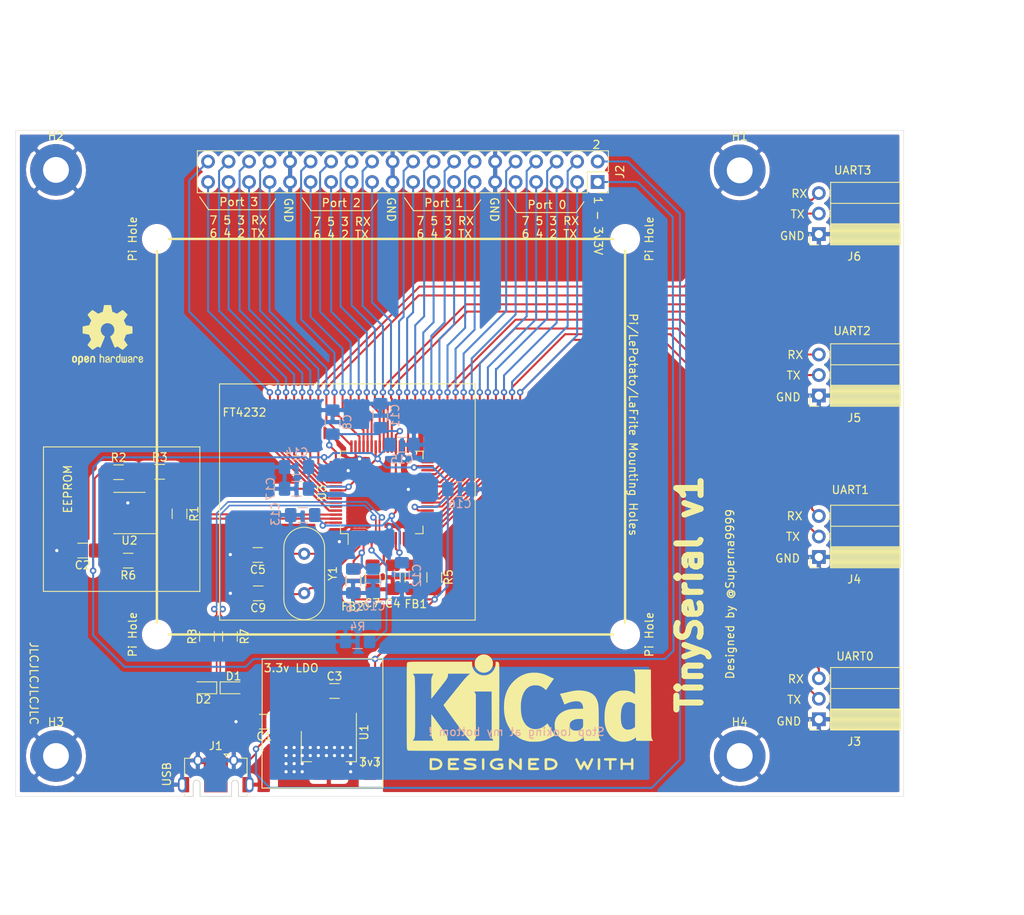
<source format=kicad_pcb>
(kicad_pcb (version 20171130) (host pcbnew 5.1.5+dfsg1-2build2)
  (layers (0 F.Cu signal) (31 B.Cu signal) (34 B.Paste user) (35 F.Paste user) (36 B.SilkS user) (37 F.SilkS user) (38 B.Mask user) (39 F.Mask user) (44 Edge.Cuts user))
  (net 0 "")
  (net 1 GND)
  (net 2 VBUS)
  (net 3 +3V3)
  (net 4 "Net-(C4-Pad1)")
  (net 5 "Net-(C5-Pad1)")
  (net 6 "Net-(C10-Pad1)")
  (net 7 +1V8)
  (net 8 "Net-(C9-Pad1)")
  (net 9 /D-)
  (net 10 /D+)
  (net 11 "Net-(J1-Pad4)")
  (net 12 /D7)
  (net 13 /D6)
  (net 14 /D5)
  (net 15 /D4)
  (net 16 /D3)
  (net 17 /D2)
  (net 18 /RX3)
  (net 19 /TX3)
  (net 20 /C7)
  (net 21 /C6)
  (net 22 /C5)
  (net 23 /C4)
  (net 24 /C3)
  (net 25 /C2)
  (net 26 /RX2)
  (net 27 /TX2)
  (net 28 /B7)
  (net 29 /B6)
  (net 30 /B5)
  (net 31 /B4)
  (net 32 /B3)
  (net 33 /B2)
  (net 34 /RX1)
  (net 35 /TX1)
  (net 36 /A7)
  (net 37 /A6)
  (net 38 /A5)
  (net 39 /A4)
  (net 40 /A3)
  (net 41 /A2)
  (net 42 /RX0)
  (net 43 /TX0)
  (net 44 "Net-(R2-Pad2)")
  (net 45 "Net-(R4-Pad1)")
  (net 46 /EECS)
  (net 47 "Net-(U3-Pad60)")
  (net 48 "Net-(U3-Pad36)")
  (net 49 "Net-(U2-Pad7)")
  (net 50 "Net-(U2-Pad6)")
  (net 51 "Net-(R5-Pad2)")
  (net 52 /EECLK)
  (net 53 /EEDATA)
  (net 54 /FD-)
  (net 55 /FD+)
  (module Resistor_SMD:R_1206_3216Metric_Pad1.42x1.75mm_HandSolder (layer F.Cu) (at 86.4 114.82 90)
    (fp_text reference REF** hide)
    (fp_text value R_1206_3216Metric_Pad1.42x1.75mm_HandSolder)
    (pad 2 smd roundrect (at 1.4875 0 90) (size 1.425 1.75) (layers F.Cu F.Paste F.Mask) (roundrect_rratio 0.175) (net 3 +3V3))
    (pad 1 smd roundrect (at -1.4875 0 90) (size 1.425 1.75) (layers F.Cu F.Paste F.Mask) (roundrect_rratio 0.175) (net 3 +3V3))
  )
  (module MountingHole:MountingHole_2.7mm_M2.5 (layer F.Cu) (at 60 50 180)
    (fp_text reference "Pi Hole" (at 3 0 270) (layer F.SilkS))
    (fp_text value MountingHole_2.7mm_M2.5)
    (pad 1 np_thru_hole circle (at 0 0 180) (size 2.7 2.7) (drill 2.7) (layers *.Cu *.Mask))
  )
  (module MountingHole:MountingHole_2.7mm_M2.5 (layer F.Cu) (at 118 50 180)
    (fp_text reference "Pi Hole" (at -3 0 90) (layer F.SilkS))
    (fp_text value MountingHole_2.7mm_M2.5)
    (pad 1 np_thru_hole circle (at 0 0 180) (size 2.7 2.7) (drill 2.7) (layers *.Cu *.Mask))
  )
  (module MountingHole:MountingHole_2.7mm_M2.5 (layer F.Cu) (at 60 99 180)
    (fp_text reference "Pi Hole" (at 3 0 270) (layer F.SilkS))
    (fp_text value MountingHole_2.7mm_M2.5)
    (pad 1 np_thru_hole circle (at 0 0 180) (size 2.7 2.7) (drill 2.7) (layers *.Cu *.Mask))
  )
  (module MountingHole:MountingHole_2.7mm_M2.5 (layer F.Cu) (at 118 99 180)
    (fp_text reference "Pi Hole" (at -3 0 90) (layer F.SilkS))
    (fp_text value MountingHole_2.7mm_M2.5)
    (pad 1 np_thru_hole circle (at 0 0 180) (size 2.7 2.7) (drill 2.7) (layers *.Cu *.Mask))
  )
  (module Symbol:OSHW-Logo2_9.8x8mm_SilkScreen (layer F.Cu) (at 53.89 61.9)
    (fp_text reference REF** hide)
    (fp_text value OSHW-Logo2_9.8x8mm_SilkScreen hide)
  )
  (module Symbol:KiCad-Logo2_12mm_SilkScreen (layer F.Cu) (at 106.19 107.4)
    (fp_text reference REF** hide)
    (fp_text value KiCad-Logo2_12mm_SilkScreen hide)
  )
  (module Capacitor_SMD:C_1206_3216Metric_Pad1.42x1.75mm_HandSolder (layer B.Cu) (at 90.35 75.49)
    (fp_text reference C15 (at 0 1.82 180) (layer B.SilkS) (effects (justify mirror)))
    (fp_text value 100nF)
    (pad 2 smd roundrect (at 1.4875 0) (size 1.425 1.75) (layers B.Cu B.Paste B.Mask) (roundrect_rratio 0.175439) (net 1 GND))
    (pad 1 smd roundrect (at -1.4875 0) (size 1.425 1.75) (layers B.Cu B.Paste B.Mask) (roundrect_rratio 0.175439) (net 3 +3V3))
  )
  (module Capacitor_SMD:C_1206_3216Metric_Pad1.42x1.75mm_HandSolder (layer B.Cu) (at 77.3 78.25 180)
    (fp_text reference C14 (at 0 1.82) (layer B.SilkS) (effects (justify mirror)))
    (fp_text value 100nF)
    (pad 2 smd roundrect (at 1.4875 0 180) (size 1.425 1.75) (layers B.Cu B.Paste B.Mask) (roundrect_rratio 0.175439) (net 1 GND))
    (pad 1 smd roundrect (at -1.4875 0 180) (size 1.425 1.75) (layers B.Cu B.Paste B.Mask) (roundrect_rratio 0.175439) (net 3 +3V3))
  )
  (module Capacitor_SMD:C_1206_3216Metric_Pad1.42x1.75mm_HandSolder (layer B.Cu) (at 97.525 81)
    (fp_text reference C16 (at 0 1.82 180) (layer B.SilkS) (effects (justify mirror)))
    (fp_text value 100nF)
    (pad 2 smd roundrect (at 1.4875 0) (size 1.425 1.75) (layers B.Cu B.Paste B.Mask) (roundrect_rratio 0.175439) (net 1 GND))
    (pad 1 smd roundrect (at -1.4875 0) (size 1.425 1.75) (layers B.Cu B.Paste B.Mask) (roundrect_rratio 0.175439) (net 3 +3V3))
  )
  (module Package_QFP:LQFP-64_10x10mm_P0.5mm (layer F.Cu) (at 87.85 81.4 90)
    (fp_text reference U3 (at 0 -7.4 90) (layer F.SilkS))
    (fp_text value FT4232HL)
    (pad 64 smd roundrect (at -3.75 -5.675 90) (size 0.3 1.55) (layers F.Cu F.Paste F.Mask) (net 7 +1V8))
    (pad 63 smd roundrect (at -3.25 -5.675 90) (size 0.3 1.55) (layers F.Cu F.Paste F.Mask) (net 46 /EECS))
    (pad 62 smd roundrect (at -2.75 -5.675 90) (size 0.3 1.55) (layers F.Cu F.Paste F.Mask) (net 52 /EECLK))
    (pad 61 smd roundrect (at -2.25 -5.675 90) (size 0.3 1.55) (layers F.Cu F.Paste F.Mask) (net 53 /EEDATA))
    (pad 60 smd roundrect (at -1.75 -5.675 90) (size 0.3 1.55) (layers F.Cu F.Paste F.Mask) (net 47 "Net-(U3-Pad60)"))
    (pad 59 smd roundrect (at -1.25 -5.675 90) (size 0.3 1.55) (layers F.Cu F.Paste F.Mask) (net 12 /D7))
    (pad 58 smd roundrect (at -0.75 -5.675 90) (size 0.3 1.55) (layers F.Cu F.Paste F.Mask) (net 13 /D6))
    (pad 57 smd roundrect (at -0.25 -5.675 90) (size 0.3 1.55) (layers F.Cu F.Paste F.Mask) (net 14 /D5))
    (pad 56 smd roundrect (at 0.25 -5.675 90) (size 0.3 1.55) (layers F.Cu F.Paste F.Mask) (net 3 +3V3))
    (pad 55 smd roundrect (at 0.75 -5.675 90) (size 0.3 1.55) (layers F.Cu F.Paste F.Mask) (net 15 /D4))
    (pad 54 smd roundrect (at 1.25 -5.675 90) (size 0.3 1.55) (layers F.Cu F.Paste F.Mask) (net 16 /D3))
    (pad 53 smd roundrect (at 1.75 -5.675 90) (size 0.3 1.55) (layers F.Cu F.Paste F.Mask) (net 17 /D2))
    (pad 52 smd roundrect (at 2.25 -5.675 90) (size 0.3 1.55) (layers F.Cu F.Paste F.Mask) (net 18 /RX3))
    (pad 51 smd roundrect (at 2.75 -5.675 90) (size 0.3 1.55) (layers F.Cu F.Paste F.Mask) (net 1 GND))
    (pad 50 smd roundrect (at 3.25 -5.675 90) (size 0.3 1.55) (layers F.Cu F.Paste F.Mask) (net 3 +3V3))
    (pad 49 smd roundrect (at 3.75 -5.675 90) (size 0.3 1.55) (layers F.Cu F.Paste F.Mask) (net 7 +1V8))
    (pad 48 smd roundrect (at 5.675 -3.75 90) (size 1.55 0.3) (layers F.Cu F.Paste F.Mask) (net 19 /TX3))
    (pad 47 smd roundrect (at 5.675 -3.25 90) (size 1.55 0.3) (layers F.Cu F.Paste F.Mask) (net 1 GND))
    (pad 46 smd roundrect (at 5.675 -2.75 90) (size 1.55 0.3) (layers F.Cu F.Paste F.Mask) (net 20 /C7))
    (pad 45 smd roundrect (at 5.675 -2.25 90) (size 1.55 0.3) (layers F.Cu F.Paste F.Mask) (net 21 /C6))
    (pad 44 smd roundrect (at 5.675 -1.75 90) (size 1.55 0.3) (layers F.Cu F.Paste F.Mask) (net 22 /C5))
    (pad 43 smd roundrect (at 5.675 -1.25 90) (size 1.55 0.3) (layers F.Cu F.Paste F.Mask) (net 23 /C4))
    (pad 42 smd roundrect (at 5.675 -0.75 90) (size 1.55 0.3) (layers F.Cu F.Paste F.Mask) (net 3 +3V3))
    (pad 41 smd roundrect (at 5.675 -0.25 90) (size 1.55 0.3) (layers F.Cu F.Paste F.Mask) (net 24 /C3))
    (pad 40 smd roundrect (at 5.675 0.25 90) (size 1.55 0.3) (layers F.Cu F.Paste F.Mask) (net 25 /C2))
    (pad 39 smd roundrect (at 5.675 0.75 90) (size 1.55 0.3) (layers F.Cu F.Paste F.Mask) (net 26 /RX2))
    (pad 38 smd roundrect (at 5.675 1.25 90) (size 1.55 0.3) (layers F.Cu F.Paste F.Mask) (net 27 /TX2))
    (pad 37 smd roundrect (at 5.675 1.75 90) (size 1.55 0.3) (layers F.Cu F.Paste F.Mask) (net 7 +1V8))
    (pad 36 smd roundrect (at 5.675 2.25 90) (size 1.55 0.3) (layers F.Cu F.Paste F.Mask) (net 48 "Net-(U3-Pad36)"))
    (pad 35 smd roundrect (at 5.675 2.75 90) (size 1.55 0.3) (layers F.Cu F.Paste F.Mask) (net 1 GND))
    (pad 34 smd roundrect (at 5.675 3.25 90) (size 1.55 0.3) (layers F.Cu F.Paste F.Mask) (net 28 /B7))
    (pad 33 smd roundrect (at 5.675 3.75 90) (size 1.55 0.3) (layers F.Cu F.Paste F.Mask) (net 29 /B6))
    (pad 32 smd roundrect (at 3.75 5.675 90) (size 0.3 1.55) (layers F.Cu F.Paste F.Mask) (net 30 /B5))
    (pad 31 smd roundrect (at 3.25 5.675 90) (size 0.3 1.55) (layers F.Cu F.Paste F.Mask) (net 3 +3V3))
    (pad 30 smd roundrect (at 2.75 5.675 90) (size 0.3 1.55) (layers F.Cu F.Paste F.Mask) (net 31 /B4))
    (pad 29 smd roundrect (at 2.25 5.675 90) (size 0.3 1.55) (layers F.Cu F.Paste F.Mask) (net 32 /B3))
    (pad 28 smd roundrect (at 1.75 5.675 90) (size 0.3 1.55) (layers F.Cu F.Paste F.Mask) (net 33 /B2))
    (pad 27 smd roundrect (at 1.25 5.675 90) (size 0.3 1.55) (layers F.Cu F.Paste F.Mask) (net 34 /RX1))
    (pad 26 smd roundrect (at 0.75 5.675 90) (size 0.3 1.55) (layers F.Cu F.Paste F.Mask) (net 35 /TX1))
    (pad 25 smd roundrect (at 0.25 5.675 90) (size 0.3 1.55) (layers F.Cu F.Paste F.Mask) (net 1 GND))
    (pad 24 smd roundrect (at -0.25 5.675 90) (size 0.3 1.55) (layers F.Cu F.Paste F.Mask) (net 36 /A7))
    (pad 23 smd roundrect (at -0.75 5.675 90) (size 0.3 1.55) (layers F.Cu F.Paste F.Mask) (net 37 /A6))
    (pad 22 smd roundrect (at -1.25 5.675 90) (size 0.3 1.55) (layers F.Cu F.Paste F.Mask) (net 38 /A5))
    (pad 21 smd roundrect (at -1.75 5.675 90) (size 0.3 1.55) (layers F.Cu F.Paste F.Mask) (net 39 /A4))
    (pad 20 smd roundrect (at -2.25 5.675 90) (size 0.3 1.55) (layers F.Cu F.Paste F.Mask) (net 3 +3V3))
    (pad 19 smd roundrect (at -2.75 5.675 90) (size 0.3 1.55) (layers F.Cu F.Paste F.Mask) (net 40 /A3))
    (pad 18 smd roundrect (at -3.25 5.675 90) (size 0.3 1.55) (layers F.Cu F.Paste F.Mask) (net 41 /A2))
    (pad 17 smd roundrect (at -3.75 5.675 90) (size 0.3 1.55) (layers F.Cu F.Paste F.Mask) (net 42 /RX0))
    (pad 16 smd roundrect (at -5.675 3.75 90) (size 1.55 0.3) (layers F.Cu F.Paste F.Mask) (net 43 /TX0))
    (pad 15 smd roundrect (at -5.675 3.25 90) (size 1.55 0.3) (layers F.Cu F.Paste F.Mask) (net 1 GND))
    (pad 14 smd roundrect (at -5.675 2.75 90) (size 1.55 0.3) (layers F.Cu F.Paste F.Mask) (net 51 "Net-(R5-Pad2)"))
    (pad 13 smd roundrect (at -5.675 2.25 90) (size 1.55 0.3) (layers F.Cu F.Paste F.Mask) (net 1 GND))
    (pad 12 smd roundrect (at -5.675 1.75 90) (size 1.55 0.3) (layers F.Cu F.Paste F.Mask) (net 7 +1V8))
    (pad 11 smd roundrect (at -5.675 1.25 90) (size 1.55 0.3) (layers F.Cu F.Paste F.Mask) (net 1 GND))
    (pad 10 smd roundrect (at -5.675 0.75 90) (size 1.55 0.3) (layers F.Cu F.Paste F.Mask) (net 1 GND))
    (pad 9 smd roundrect (at -5.675 0.25 90) (size 1.55 0.3) (layers F.Cu F.Paste F.Mask) (net 4 "Net-(C4-Pad1)"))
    (pad 8 smd roundrect (at -5.675 -0.25 90) (size 1.55 0.3) (layers F.Cu F.Paste F.Mask) (net 55 /FD+))
    (pad 7 smd roundrect (at -5.675 -0.75 90) (size 1.55 0.3) (layers F.Cu F.Paste F.Mask) (net 54 /FD-))
    (pad 6 smd roundrect (at -5.675 -1.25 90) (size 1.55 0.3) (layers F.Cu F.Paste F.Mask) (net 45 "Net-(R4-Pad1)"))
    (pad 5 smd roundrect (at -5.675 -1.75 90) (size 1.55 0.3) (layers F.Cu F.Paste F.Mask) (net 1 GND))
    (pad 4 smd roundrect (at -5.675 -2.25 90) (size 1.55 0.3) (layers F.Cu F.Paste F.Mask) (net 6 "Net-(C10-Pad1)"))
    (pad 3 smd roundrect (at -5.675 -2.75 90) (size 1.55 0.3) (layers F.Cu F.Paste F.Mask) (net 8 "Net-(C9-Pad1)"))
    (pad 2 smd roundrect (at -5.675 -3.25 90) (size 1.55 0.3) (layers F.Cu F.Paste F.Mask) (net 5 "Net-(C5-Pad1)"))
    (pad 1 smd roundrect (at -5.675 -3.75 90) (size 1.55 0.3) (layers F.Cu F.Paste F.Mask) (net 1 GND))
  )
  (module Capacitor_SMD:C_1206_3216Metric_Pad1.42x1.75mm_HandSolder (layer B.Cu) (at 77.3 80.95 180)
    (fp_text reference C17 (at 3.22 -0.01 90) (layer B.SilkS) (effects (justify mirror)))
    (fp_text value 100nF)
    (pad 2 smd roundrect (at 1.4875 0 180) (size 1.425 1.75) (layers B.Cu B.Paste B.Mask) (roundrect_rratio 0.175439) (net 1 GND))
    (pad 1 smd roundrect (at -1.4875 0 180) (size 1.425 1.75) (layers B.Cu B.Paste B.Mask) (roundrect_rratio 0.175439) (net 3 +3V3))
  )
  (module Capacitor_SMD:C_1206_3216Metric_Pad1.42x1.75mm_HandSolder (layer B.Cu) (at 78.0625 84.2 180)
    (fp_text reference C13 (at 3.3865 0.126 270) (layer B.SilkS) (effects (justify mirror)))
    (fp_text value 100nF)
    (pad 2 smd roundrect (at 1.4875 0 180) (size 1.425 1.75) (layers B.Cu B.Paste B.Mask) (roundrect_rratio 0.175439) (net 1 GND))
    (pad 1 smd roundrect (at -1.4875 0 180) (size 1.425 1.75) (layers B.Cu B.Paste B.Mask) (roundrect_rratio 0.175439) (net 7 +1V8))
  )
  (module Capacitor_SMD:C_1206_3216Metric_Pad1.42x1.75mm_HandSolder (layer B.Cu) (at 90.35 91.6 270)
    (fp_text reference C12 (at 0.094 -1.852 270) (layer B.SilkS) (effects (justify mirror)))
    (fp_text value 100nF)
    (pad 2 smd roundrect (at 1.4875 0 270) (size 1.425 1.75) (layers B.Cu B.Paste B.Mask) (roundrect_rratio 0.175439) (net 1 GND))
    (pad 1 smd roundrect (at -1.4875 0 270) (size 1.425 1.75) (layers B.Cu B.Paste B.Mask) (roundrect_rratio 0.175439) (net 7 +1V8))
  )
  (module Capacitor_SMD:C_1206_3216Metric_Pad1.42x1.75mm_HandSolder (layer B.Cu) (at 87.69 71.89 90)
    (fp_text reference C11 (at 0 1.82 270) (layer B.SilkS) (effects (justify mirror)))
    (fp_text value 100nF)
    (pad 2 smd roundrect (at 1.4875 0 90) (size 1.425 1.75) (layers B.Cu B.Paste B.Mask) (roundrect_rratio 0.175439) (net 1 GND))
    (pad 1 smd roundrect (at -1.4875 0 90) (size 1.425 1.75) (layers B.Cu B.Paste B.Mask) (roundrect_rratio 0.175439) (net 7 +1V8))
  )
  (module Capacitor_SMD:C_1206_3216Metric_Pad1.42x1.75mm_HandSolder (layer B.Cu) (at 81.76 72.69 90)
    (fp_text reference C8 (at 0 1.82 270) (layer B.SilkS) (effects (justify mirror)))
    (fp_text value 100nF)
    (pad 2 smd roundrect (at 1.4875 0 90) (size 1.425 1.75) (layers B.Cu B.Paste B.Mask) (roundrect_rratio 0.175439) (net 1 GND))
    (pad 1 smd roundrect (at -1.4875 0 90) (size 1.425 1.75) (layers B.Cu B.Paste B.Mask) (roundrect_rratio 0.175439) (net 7 +1V8))
  )
  (module MountingHole:MountingHole_3.2mm_M3_Pad (layer F.Cu) (at 132.2 114.05)
    (fp_text reference H4 (at 0 -4.2) (layer F.SilkS))
    (fp_text value MountingHole_Pad)
    (pad 1 thru_hole circle (at 0 0) (size 6.4 6.4) (drill 3.2) (layers *.Cu *.Mask) (net 1 GND))
  )
  (module MountingHole:MountingHole_3.2mm_M3_Pad (layer F.Cu) (at 47.5 114.05)
    (fp_text reference H3 (at 0 -4.2) (layer F.SilkS))
    (fp_text value MountingHole_Pad)
    (pad 1 thru_hole circle (at 0 0) (size 6.4 6.4) (drill 3.2) (layers *.Cu *.Mask) (net 1 GND))
  )
  (module MountingHole:MountingHole_3.2mm_M3_Pad (layer F.Cu) (at 47.5 41.45)
    (fp_text reference H2 (at 0 -4.2) (layer F.SilkS))
    (fp_text value MountingHole_Pad)
    (pad 1 thru_hole circle (at 0 0) (size 6.4 6.4) (drill 3.2) (layers *.Cu *.Mask) (net 1 GND))
  )
  (module MountingHole:MountingHole_3.2mm_M3_Pad (layer F.Cu) (at 132.2 41.5)
    (fp_text reference H1 (at 0 -4.2) (layer F.SilkS))
    (fp_text value MountingHole_Pad)
    (pad 1 thru_hole circle (at 0 0) (size 6.4 6.4) (drill 3.2) (layers *.Cu *.Mask) (net 1 GND))
  )
  (module Diode_SMD:D_0603_1608Metric_Pad1.05x0.95mm_HandSolder (layer F.Cu) (at 69.5 105.6)
    (fp_text reference D1 (at 0 -1.43) (layer F.SilkS))
    (fp_text value D_TVS)
    (pad 2 smd roundrect (at 0.875 0) (size 1.05 0.95) (layers F.Cu F.Paste F.Mask) (net 1 GND))
    (pad 1 smd roundrect (at -0.875 0) (size 1.05 0.95) (layers F.Cu F.Paste F.Mask) (net 9 /D-))
  )
  (module Connector_USB:USB_Micro-AB_Molex_47590-0001 (layer F.Cu) (at 67.3 117.6)
    (fp_text reference J1 (at 0 -4.8 180) (layer F.SilkS))
    (fp_text value USB_OTG)
    (fp_line (start -3.75 1.45) (end -2.8 1.45) (layer Edge.Cuts) (width 0.1))
    (fp_line (start -2.8 -0.125) (end -2.8 1.45) (layer Edge.Cuts) (width 0.1))
    (fp_line (start -1.95 -0.125) (end -1.95 1.45) (layer Edge.Cuts) (width 0.1))
    (fp_line (start -1.95 1.45) (end 1.95 1.45) (layer Edge.Cuts) (width 0.1))
    (fp_line (start 1.95 -0.125) (end 1.95 1.45) (layer Edge.Cuts) (width 0.1))
    (fp_line (start 2.8 -0.125) (end 2.8 1.45) (layer Edge.Cuts) (width 0.1))
    (fp_line (start 2.8 1.45) (end 3.75 1.45) (layer Edge.Cuts) (width 0.1))
    (fp_arc (start -2.375 -0.125) (end -2.8 -0.125) (angle 180) (layer Edge.Cuts) (width 0.1))
    (fp_arc (start 2.375 -0.125) (end 1.95 -0.125) (angle 180) (layer Edge.Cuts) (width 0.1))
    (pad 6 smd rect (at -3.7375 0) (size 0.875 1.9) (layers F.Cu F.Mask) (net 1 GND))
    (pad 6 smd rect (at 3.7375 0) (size 0.875 1.9) (layers F.Cu F.Mask) (net 1 GND))
    (pad 6 smd rect (at 0 0) (size 2.9 1.9) (layers F.Cu F.Paste F.Mask) (net 1 GND))
    (pad 2 smd rect (at 0.65 -2.675) (size 0.4 1.35) (layers F.Cu F.Paste F.Mask) (net 9 /D-))
    (pad 6 thru_hole oval (at 4.175 0) (size 1 1.9) (drill oval 0.6 1.3) (layers *.Cu *.Mask) (net 1 GND))
    (pad 6 thru_hole oval (at -4.175 0) (size 1 1.9) (drill oval 0.6 1.3) (layers *.Cu *.Mask) (net 1 GND))
    (pad 6 thru_hole oval (at 2.225 -3) (size 1.05 1.25) (drill oval 0.65 0.85) (layers *.Cu *.Mask) (net 1 GND))
    (pad 1 smd rect (at 1.3 -2.675) (size 0.4 1.35) (layers F.Cu F.Paste F.Mask) (net 2 VBUS))
    (pad 3 smd rect (at 0 -2.675) (size 0.4 1.35) (layers F.Cu F.Paste F.Mask) (net 10 /D+))
    (pad 4 smd rect (at -0.65 -2.675) (size 0.4 1.35) (layers F.Cu F.Paste F.Mask) (net 11 "Net-(J1-Pad4)"))
    (pad 5 smd rect (at -1.3 -2.675) (size 0.4 1.35) (layers F.Cu F.Paste F.Mask) (net 1 GND))
    (pad 6 thru_hole oval (at -2.225 -3) (size 1.05 1.25) (drill oval 0.65 0.85) (layers *.Cu *.Mask) (net 1 GND))
  )
  (module Resistor_SMD:R_1206_3216Metric_Pad1.42x1.75mm_HandSolder (layer B.Cu) (at 84.86 99.83 180)
    (fp_text reference R4 (at 0 1.82 180) (layer B.SilkS) (effects (justify mirror)))
    (fp_text value 12K/1%)
    (pad 2 smd roundrect (at 1.4875 0 180) (size 1.425 1.75) (layers B.Cu B.Paste B.Mask) (roundrect_rratio 0.175439) (net 1 GND))
    (pad 1 smd roundrect (at -1.4875 0 180) (size 1.425 1.75) (layers B.Cu B.Paste B.Mask) (roundrect_rratio 0.175439) (net 45 "Net-(R4-Pad1)"))
  )
  (module Capacitor_SMD:C_1206_3216Metric_Pad1.42x1.75mm_HandSolder (layer B.Cu) (at 86.8 92.37 270)
    (fp_text reference C10 (at 3.134 -0.068) (layer B.SilkS) (effects (justify mirror)))
    (fp_text value 100nF)
    (pad 2 smd roundrect (at 1.4875 0 270) (size 1.425 1.75) (layers B.Cu B.Paste B.Mask) (roundrect_rratio 0.175439) (net 1 GND))
    (pad 1 smd roundrect (at -1.4875 0 270) (size 1.425 1.75) (layers B.Cu B.Paste B.Mask) (roundrect_rratio 0.175439) (net 6 "Net-(C10-Pad1)"))
  )
  (module Resistor_SMD:R_1206_3216Metric_Pad1.42x1.75mm_HandSolder (layer F.Cu) (at 84.37 92.36 270)
    (fp_text reference FB2 (at 3.16 0.14 180) (layer F.SilkS))
    (fp_text value Ferrite_Bead)
    (pad 2 smd roundrect (at 1.4875 0 270) (size 1.425 1.75) (layers F.Cu F.Paste F.Mask) (roundrect_rratio 0.175439) (net 3 +3V3))
    (pad 1 smd roundrect (at -1.4875 0 270) (size 1.425 1.75) (layers F.Cu F.Paste F.Mask) (roundrect_rratio 0.175439) (net 6 "Net-(C10-Pad1)"))
  )
  (module Capacitor_SMD:C_1206_3216Metric_Pad1.42x1.75mm_HandSolder (layer B.Cu) (at 84.3 92.37 270)
    (fp_text reference C6 (at 3.3 -0.028 180) (layer B.SilkS) (effects (justify mirror)))
    (fp_text value 4.7uF)
    (pad 2 smd roundrect (at 1.4875 0 270) (size 1.425 1.75) (layers B.Cu B.Paste B.Mask) (roundrect_rratio 0.175439) (net 1 GND))
    (pad 1 smd roundrect (at -1.4875 0 270) (size 1.425 1.75) (layers B.Cu B.Paste B.Mask) (roundrect_rratio 0.175439) (net 6 "Net-(C10-Pad1)"))
  )
  (module Capacitor_SMD:C_1206_3216Metric_Pad1.42x1.75mm_HandSolder (layer F.Cu) (at 89.22 91.91 270)
    (fp_text reference C4 (at 3.25 0 180) (layer F.SilkS))
    (fp_text value 4.7uF)
    (pad 2 smd roundrect (at 1.4875 0 270) (size 1.425 1.75) (layers F.Cu F.Paste F.Mask) (roundrect_rratio 0.175439) (net 1 GND))
    (pad 1 smd roundrect (at -1.4875 0 270) (size 1.425 1.75) (layers F.Cu F.Paste F.Mask) (roundrect_rratio 0.175439) (net 4 "Net-(C4-Pad1)"))
  )
  (module Capacitor_SMD:C_1206_3216Metric_Pad1.42x1.75mm_HandSolder (layer F.Cu) (at 86.72 91.91 270)
    (fp_text reference C7 (at 3.2 0.05 180) (layer F.SilkS))
    (fp_text value 100nF)
    (pad 2 smd roundrect (at 1.4875 0 270) (size 1.425 1.75) (layers F.Cu F.Paste F.Mask) (roundrect_rratio 0.175439) (net 1 GND))
    (pad 1 smd roundrect (at -1.4875 0 270) (size 1.425 1.75) (layers F.Cu F.Paste F.Mask) (roundrect_rratio 0.175439) (net 4 "Net-(C4-Pad1)"))
  )
  (module Resistor_SMD:R_1206_3216Metric_Pad1.42x1.75mm_HandSolder (layer F.Cu) (at 91.67 91.92 270)
    (fp_text reference FB1 (at 3.3 -0.4 180) (layer F.SilkS))
    (fp_text value Ferrite_Bead)
    (pad 2 smd roundrect (at 1.4875 0 270) (size 1.425 1.75) (layers F.Cu F.Paste F.Mask) (roundrect_rratio 0.175439) (net 3 +3V3))
    (pad 1 smd roundrect (at -1.4875 0 270) (size 1.425 1.75) (layers F.Cu F.Paste F.Mask) (roundrect_rratio 0.175439) (net 4 "Net-(C4-Pad1)"))
  )
  (module Resistor_SMD:R_1206_3216Metric_Pad1.42x1.75mm_HandSolder (layer F.Cu) (at 66.2 99.25 90)
    (fp_text reference R8 (at 0 -1.82 90) (layer F.SilkS))
    (fp_text value 10K)
    (pad 2 smd roundrect (at 1.4875 0 90) (size 1.425 1.75) (layers F.Cu F.Paste F.Mask) (roundrect_rratio 0.175439) (net 55 /FD+))
    (pad 1 smd roundrect (at -1.4875 0 90) (size 1.425 1.75) (layers F.Cu F.Paste F.Mask) (roundrect_rratio 0.175439) (net 10 /D+))
  )
  (module Resistor_SMD:R_1206_3216Metric_Pad1.42x1.75mm_HandSolder (layer F.Cu) (at 69.05 99.25 270)
    (fp_text reference R7 (at 0 -1.82 90) (layer F.SilkS))
    (fp_text value 10K)
    (pad 2 smd roundrect (at 1.4875 0 270) (size 1.425 1.75) (layers F.Cu F.Paste F.Mask) (roundrect_rratio 0.175439) (net 9 /D-))
    (pad 1 smd roundrect (at -1.4875 0 270) (size 1.425 1.75) (layers F.Cu F.Paste F.Mask) (roundrect_rratio 0.175439) (net 54 /FD-))
  )
  (module Diode_SMD:D_0603_1608Metric_Pad1.05x0.95mm_HandSolder (layer F.Cu) (at 65.75 105.6 180)
    (fp_text reference D2 (at 0 -1.43) (layer F.SilkS))
    (fp_text value D_TVS)
    (pad 2 smd roundrect (at 0.875 0 180) (size 1.05 0.95) (layers F.Cu F.Paste F.Mask) (net 1 GND))
    (pad 1 smd roundrect (at -0.875 0 180) (size 1.05 0.95) (layers F.Cu F.Paste F.Mask) (net 10 /D+))
  )
  (module Resistor_SMD:R_1206_3216Metric_Pad1.42x1.75mm_HandSolder (layer F.Cu) (at 56.45 89.85 180)
    (fp_text reference R6 (at 0 -1.82) (layer F.SilkS))
    (fp_text value 10K)
    (pad 2 smd roundrect (at 1.4875 0 180) (size 1.425 1.75) (layers F.Cu F.Paste F.Mask) (roundrect_rratio 0.175439) (net 3 +3V3))
    (pad 1 smd roundrect (at -1.4875 0 180) (size 1.425 1.75) (layers F.Cu F.Paste F.Mask) (roundrect_rratio 0.175439) (net 46 /EECS))
  )
  (module Resistor_SMD:R_1206_3216Metric_Pad1.42x1.75mm_HandSolder (layer F.Cu) (at 94.36 91.93 90)
    (fp_text reference R5 (at 0.03 1.77 90) (layer F.SilkS))
    (fp_text value 1K)
    (pad 2 smd roundrect (at 1.4875 0 90) (size 1.425 1.75) (layers F.Cu F.Paste F.Mask) (roundrect_rratio 0.175439) (net 51 "Net-(R5-Pad2)"))
    (pad 1 smd roundrect (at -1.4875 0 90) (size 1.425 1.75) (layers F.Cu F.Paste F.Mask) (roundrect_rratio 0.175439) (net 3 +3V3))
  )
  (module Resistor_SMD:R_1206_3216Metric_Pad1.42x1.75mm_HandSolder (layer F.Cu) (at 60.35 78.85)
    (fp_text reference R3 (at 0 -1.82) (layer F.SilkS))
    (fp_text value 2.2K)
    (pad 2 smd roundrect (at 1.4875 0) (size 1.425 1.75) (layers F.Cu F.Paste F.Mask) (roundrect_rratio 0.175439) (net 53 /EEDATA))
    (pad 1 smd roundrect (at -1.4875 0) (size 1.425 1.75) (layers F.Cu F.Paste F.Mask) (roundrect_rratio 0.175439) (net 44 "Net-(R2-Pad2)"))
  )
  (module Resistor_SMD:R_1206_3216Metric_Pad1.42x1.75mm_HandSolder (layer F.Cu) (at 55.25 78.9)
    (fp_text reference R2 (at 0 -1.82) (layer F.SilkS))
    (fp_text value 10K)
    (pad 2 smd roundrect (at 1.4875 0) (size 1.425 1.75) (layers F.Cu F.Paste F.Mask) (roundrect_rratio 0.175439) (net 44 "Net-(R2-Pad2)"))
    (pad 1 smd roundrect (at -1.4875 0) (size 1.425 1.75) (layers F.Cu F.Paste F.Mask) (roundrect_rratio 0.175439) (net 3 +3V3))
  )
  (module Resistor_SMD:R_1206_3216Metric_Pad1.42x1.75mm_HandSolder (layer F.Cu) (at 62.8 84.05 270)
    (fp_text reference R1 (at 0 -1.82 90) (layer F.SilkS))
    (fp_text value 10K)
    (pad 2 smd roundrect (at 1.4875 0 270) (size 1.425 1.75) (layers F.Cu F.Paste F.Mask) (roundrect_rratio 0.175439) (net 3 +3V3))
    (pad 1 smd roundrect (at -1.4875 0 270) (size 1.425 1.75) (layers F.Cu F.Paste F.Mask) (roundrect_rratio 0.175439) (net 52 /EECLK))
  )
  (module Capacitor_SMD:C_1206_3216Metric_Pad1.42x1.75mm_HandSolder (layer F.Cu) (at 72.55 93.9 180)
    (fp_text reference C9 (at 0 -1.82) (layer F.SilkS))
    (fp_text value 30pF)
    (pad 2 smd roundrect (at 1.4875 0 180) (size 1.425 1.75) (layers F.Cu F.Paste F.Mask) (roundrect_rratio 0.175439) (net 1 GND))
    (pad 1 smd roundrect (at -1.4875 0 180) (size 1.425 1.75) (layers F.Cu F.Paste F.Mask) (roundrect_rratio 0.175439) (net 8 "Net-(C9-Pad1)"))
  )
  (module Capacitor_SMD:C_1206_3216Metric_Pad1.42x1.75mm_HandSolder (layer F.Cu) (at 72.5 89.15 180)
    (fp_text reference C5 (at 0 -1.82) (layer F.SilkS))
    (fp_text value 30pF)
    (pad 2 smd roundrect (at 1.4875 0 180) (size 1.425 1.75) (layers F.Cu F.Paste F.Mask) (roundrect_rratio 0.175439) (net 1 GND))
    (pad 1 smd roundrect (at -1.4875 0 180) (size 1.425 1.75) (layers F.Cu F.Paste F.Mask) (roundrect_rratio 0.175439) (net 5 "Net-(C5-Pad1)"))
  )
  (module Capacitor_SMD:C_1206_3216Metric_Pad1.42x1.75mm_HandSolder (layer F.Cu) (at 82 106)
    (fp_text reference C3 (at 0 -1.82) (layer F.SilkS))
    (fp_text value 10uF)
    (pad 2 smd roundrect (at 1.4875 0) (size 1.425 1.75) (layers F.Cu F.Paste F.Mask) (roundrect_rratio 0.175439) (net 1 GND))
    (pad 1 smd roundrect (at -1.4875 0) (size 1.425 1.75) (layers F.Cu F.Paste F.Mask) (roundrect_rratio 0.175439) (net 3 +3V3))
  )
  (module Capacitor_SMD:C_1206_3216Metric_Pad1.42x1.75mm_HandSolder (layer F.Cu) (at 50.8 88.6 180)
    (fp_text reference C2 (at 0 -1.82) (layer F.SilkS))
    (fp_text value 100nF)
    (pad 2 smd roundrect (at 1.4875 0 180) (size 1.425 1.75) (layers F.Cu F.Paste F.Mask) (roundrect_rratio 0.175439) (net 1 GND))
    (pad 1 smd roundrect (at -1.4875 0 180) (size 1.425 1.75) (layers F.Cu F.Paste F.Mask) (roundrect_rratio 0.175439) (net 3 +3V3))
  )
  (module Capacitor_SMD:C_1206_3216Metric_Pad1.42x1.75mm_HandSolder (layer F.Cu) (at 73.3 109.8 180)
    (fp_text reference C1 (at 0 -1.82) (layer F.SilkS))
    (fp_text value 10uF)
    (pad 2 smd roundrect (at 1.4875 0 180) (size 1.425 1.75) (layers F.Cu F.Paste F.Mask) (roundrect_rratio 0.175439) (net 1 GND))
    (pad 1 smd roundrect (at -1.4875 0 180) (size 1.425 1.75) (layers F.Cu F.Paste F.Mask) (roundrect_rratio 0.175439) (net 2 VBUS))
  )
  (module Package_SO:SOIC-8_3.9x4.9mm_P1.27mm (layer F.Cu) (at 56.6 83.95 180)
    (fp_text reference U2 (at 0 -3.4) (layer F.SilkS))
    (fp_text value 93LC46B/SN)
    (pad 8 smd roundrect (at 2.475 -1.905 180) (size 1.95 0.6) (layers F.Cu F.Paste F.Mask) (net 3 +3V3))
    (pad 7 smd roundrect (at 2.475 -0.635 180) (size 1.95 0.6) (layers F.Cu F.Paste F.Mask) (net 49 "Net-(U2-Pad7)"))
    (pad 6 smd roundrect (at 2.475 0.635 180) (size 1.95 0.6) (layers F.Cu F.Paste F.Mask) (net 50 "Net-(U2-Pad6)"))
    (pad 5 smd roundrect (at 2.475 1.905 180) (size 1.95 0.6) (layers F.Cu F.Paste F.Mask) (net 1 GND))
    (pad 4 smd roundrect (at -2.475 1.905 180) (size 1.95 0.6) (layers F.Cu F.Paste F.Mask) (net 44 "Net-(R2-Pad2)"))
    (pad 3 smd roundrect (at -2.475 0.635 180) (size 1.95 0.6) (layers F.Cu F.Paste F.Mask) (net 53 /EEDATA))
    (pad 2 smd roundrect (at -2.475 -0.635 180) (size 1.95 0.6) (layers F.Cu F.Paste F.Mask) (net 52 /EECLK))
    (pad 1 smd roundrect (at -2.475 -1.905 180) (size 1.95 0.6) (layers F.Cu F.Paste F.Mask) (net 46 /EECS))
  )
  (module Crystal:Crystal_HC49-4H_Vertical (layer F.Cu) (at 78.25 89 270)
    (fp_text reference Y1 (at 2.44 -3.525 90) (layer F.SilkS))
    (fp_text value 12MHz)
    (pad 2 thru_hole circle (at 4.88 0 270) (size 1.5 1.5) (drill 0.8) (layers *.Cu *.Mask) (net 8 "Net-(C9-Pad1)"))
    (pad 1 thru_hole circle (at 0 0 270) (size 1.5 1.5) (drill 0.8) (layers *.Cu *.Mask) (net 5 "Net-(C5-Pad1)"))
  )
  (module Connector_PinSocket_2.54mm:PinSocket_1x03_P2.54mm_Horizontal (layer F.Cu) (at 142 49.4 180)
    (fp_text reference J6 (at -4.38 -2.77) (layer F.SilkS))
    (fp_text value Conn_01x03_Male)
    (pad 3 thru_hole oval (at 0 5.08 180) (size 1.7 1.7) (drill 1) (layers *.Cu *.Mask) (net 18 /RX3))
    (pad 2 thru_hole oval (at 0 2.54 180) (size 1.7 1.7) (drill 1) (layers *.Cu *.Mask) (net 19 /TX3))
    (pad 1 thru_hole rect (at 0 0 180) (size 1.7 1.7) (drill 1) (layers *.Cu *.Mask) (net 1 GND))
  )
  (module Connector_PinSocket_2.54mm:PinSocket_1x03_P2.54mm_Horizontal (layer F.Cu) (at 142 69.4 180)
    (fp_text reference J5 (at -4.38 -2.77) (layer F.SilkS))
    (fp_text value Conn_01x03_Male)
    (pad 3 thru_hole oval (at 0 5.08 180) (size 1.7 1.7) (drill 1) (layers *.Cu *.Mask) (net 26 /RX2))
    (pad 2 thru_hole oval (at 0 2.54 180) (size 1.7 1.7) (drill 1) (layers *.Cu *.Mask) (net 27 /TX2))
    (pad 1 thru_hole rect (at 0 0 180) (size 1.7 1.7) (drill 1) (layers *.Cu *.Mask) (net 1 GND))
  )
  (module Connector_PinSocket_2.54mm:PinSocket_1x03_P2.54mm_Horizontal (layer F.Cu) (at 142 89.4 180)
    (fp_text reference J4 (at -4.38 -2.77) (layer F.SilkS))
    (fp_text value Conn_01x03_Male)
    (pad 3 thru_hole oval (at 0 5.08 180) (size 1.7 1.7) (drill 1) (layers *.Cu *.Mask) (net 34 /RX1))
    (pad 2 thru_hole oval (at 0 2.54 180) (size 1.7 1.7) (drill 1) (layers *.Cu *.Mask) (net 35 /TX1))
    (pad 1 thru_hole rect (at 0 0 180) (size 1.7 1.7) (drill 1) (layers *.Cu *.Mask) (net 1 GND))
  )
  (module Connector_PinSocket_2.54mm:PinSocket_1x03_P2.54mm_Horizontal (layer F.Cu) (at 142 109.5 180)
    (fp_text reference J3 (at -4.38 -2.77) (layer F.SilkS))
    (fp_text value Conn_01x03_Male)
    (pad 3 thru_hole oval (at 0 5.08 180) (size 1.7 1.7) (drill 1) (layers *.Cu *.Mask) (net 42 /RX0))
    (pad 2 thru_hole oval (at 0 2.54 180) (size 1.7 1.7) (drill 1) (layers *.Cu *.Mask) (net 43 /TX0))
    (pad 1 thru_hole rect (at 0 0 180) (size 1.7 1.7) (drill 1) (layers *.Cu *.Mask) (net 1 GND))
  )
  (module Package_TO_SOT_SMD:SOT-223-3_TabPin2 (layer F.Cu) (at 81.3 112.85 270)
    (fp_text reference U1 (at -1.73 -4.37 90) (layer F.SilkS))
    (fp_text value AMS1117-3.3)
    (pad 1 smd rect (at -3.15 -2.3 270) (size 2 1.5) (layers F.Cu F.Paste F.Mask) (net 1 GND))
    (pad 3 smd rect (at -3.15 2.3 270) (size 2 1.5) (layers F.Cu F.Paste F.Mask) (net 2 VBUS))
    (pad 2 smd rect (at -3.15 0 270) (size 2 1.5) (layers F.Cu F.Paste F.Mask) (net 3 +3V3))
    (pad 2 smd rect (at 3.15 0 270) (size 2 3.8) (layers F.Cu F.Paste F.Mask) (net 3 +3V3))
  )
  (module Connector_PinSocket_2.54mm:PinSocket_2x20_P2.54mm_Vertical (layer F.Cu) (at 114.6 42.95 270)
    (fp_text reference J2 (at -1.27 -2.77 90) (layer F.SilkS))
    (fp_text value Conn_02x20_Odd_Even)
    (pad 40 thru_hole oval (at -2.54 48.26 270) (size 1.7 1.7) (drill 1) (layers *.Cu *.Mask) (net 12 /D7))
    (pad 39 thru_hole oval (at 0 48.26 270) (size 1.7 1.7) (drill 1) (layers *.Cu *.Mask) (net 13 /D6))
    (pad 38 thru_hole oval (at -2.54 45.72 270) (size 1.7 1.7) (drill 1) (layers *.Cu *.Mask) (net 14 /D5))
    (pad 37 thru_hole oval (at 0 45.72 270) (size 1.7 1.7) (drill 1) (layers *.Cu *.Mask) (net 15 /D4))
    (pad 36 thru_hole oval (at -2.54 43.18 270) (size 1.7 1.7) (drill 1) (layers *.Cu *.Mask) (net 16 /D3))
    (pad 35 thru_hole oval (at 0 43.18 270) (size 1.7 1.7) (drill 1) (layers *.Cu *.Mask) (net 17 /D2))
    (pad 34 thru_hole oval (at -2.54 40.64 270) (size 1.7 1.7) (drill 1) (layers *.Cu *.Mask) (net 18 /RX3))
    (pad 33 thru_hole oval (at 0 40.64 270) (size 1.7 1.7) (drill 1) (layers *.Cu *.Mask) (net 19 /TX3))
    (pad 32 thru_hole oval (at -2.54 38.1 270) (size 1.7 1.7) (drill 1) (layers *.Cu *.Mask) (net 1 GND))
    (pad 31 thru_hole oval (at 0 38.1 270) (size 1.7 1.7) (drill 1) (layers *.Cu *.Mask) (net 1 GND))
    (pad 30 thru_hole oval (at -2.54 35.56 270) (size 1.7 1.7) (drill 1) (layers *.Cu *.Mask) (net 20 /C7))
    (pad 29 thru_hole oval (at 0 35.56 270) (size 1.7 1.7) (drill 1) (layers *.Cu *.Mask) (net 21 /C6))
    (pad 28 thru_hole oval (at -2.54 33.02 270) (size 1.7 1.7) (drill 1) (layers *.Cu *.Mask) (net 22 /C5))
    (pad 27 thru_hole oval (at 0 33.02 270) (size 1.7 1.7) (drill 1) (layers *.Cu *.Mask) (net 23 /C4))
    (pad 26 thru_hole oval (at -2.54 30.48 270) (size 1.7 1.7) (drill 1) (layers *.Cu *.Mask) (net 24 /C3))
    (pad 25 thru_hole oval (at 0 30.48 270) (size 1.7 1.7) (drill 1) (layers *.Cu *.Mask) (net 25 /C2))
    (pad 24 thru_hole oval (at -2.54 27.94 270) (size 1.7 1.7) (drill 1) (layers *.Cu *.Mask) (net 26 /RX2))
    (pad 23 thru_hole oval (at 0 27.94 270) (size 1.7 1.7) (drill 1) (layers *.Cu *.Mask) (net 27 /TX2))
    (pad 22 thru_hole oval (at -2.54 25.4 270) (size 1.7 1.7) (drill 1) (layers *.Cu *.Mask) (net 1 GND))
    (pad 21 thru_hole oval (at 0 25.4 270) (size 1.7 1.7) (drill 1) (layers *.Cu *.Mask) (net 1 GND))
    (pad 20 thru_hole oval (at -2.54 22.86 270) (size 1.7 1.7) (drill 1) (layers *.Cu *.Mask) (net 28 /B7))
    (pad 19 thru_hole oval (at 0 22.86 270) (size 1.7 1.7) (drill 1) (layers *.Cu *.Mask) (net 29 /B6))
    (pad 18 thru_hole oval (at -2.54 20.32 270) (size 1.7 1.7) (drill 1) (layers *.Cu *.Mask) (net 30 /B5))
    (pad 17 thru_hole oval (at 0 20.32 270) (size 1.7 1.7) (drill 1) (layers *.Cu *.Mask) (net 31 /B4))
    (pad 16 thru_hole oval (at -2.54 17.78 270) (size 1.7 1.7) (drill 1) (layers *.Cu *.Mask) (net 32 /B3))
    (pad 15 thru_hole oval (at 0 17.78 270) (size 1.7 1.7) (drill 1) (layers *.Cu *.Mask) (net 33 /B2))
    (pad 14 thru_hole oval (at -2.54 15.24 270) (size 1.7 1.7) (drill 1) (layers *.Cu *.Mask) (net 34 /RX1))
    (pad 13 thru_hole oval (at 0 15.24 270) (size 1.7 1.7) (drill 1) (layers *.Cu *.Mask) (net 35 /TX1))
    (pad 12 thru_hole oval (at -2.54 12.7 270) (size 1.7 1.7) (drill 1) (layers *.Cu *.Mask) (net 1 GND))
    (pad 11 thru_hole oval (at 0 12.7 270) (size 1.7 1.7) (drill 1) (layers *.Cu *.Mask) (net 1 GND))
    (pad 10 thru_hole oval (at -2.54 10.16 270) (size 1.7 1.7) (drill 1) (layers *.Cu *.Mask) (net 36 /A7))
    (pad 9 thru_hole oval (at 0 10.16 270) (size 1.7 1.7) (drill 1) (layers *.Cu *.Mask) (net 37 /A6))
    (pad 8 thru_hole oval (at -2.54 7.62 270) (size 1.7 1.7) (drill 1) (layers *.Cu *.Mask) (net 38 /A5))
    (pad 7 thru_hole oval (at 0 7.62 270) (size 1.7 1.7) (drill 1) (layers *.Cu *.Mask) (net 39 /A4))
    (pad 6 thru_hole oval (at -2.54 5.08 270) (size 1.7 1.7) (drill 1) (layers *.Cu *.Mask) (net 40 /A3))
    (pad 5 thru_hole oval (at 0 5.08 270) (size 1.7 1.7) (drill 1) (layers *.Cu *.Mask) (net 41 /A2))
    (pad 4 thru_hole oval (at -2.54 2.54 270) (size 1.7 1.7) (drill 1) (layers *.Cu *.Mask) (net 42 /RX0))
    (pad 3 thru_hole oval (at 0 2.54 270) (size 1.7 1.7) (drill 1) (layers *.Cu *.Mask) (net 43 /TX0))
    (pad 2 thru_hole oval (at -2.54 0 270) (size 1.7 1.7) (drill 1) (layers *.Cu *.Mask) (net 2 VBUS))
    (pad 1 thru_hole rect (at 0 0 270) (size 1.7 1.7) (drill 1) (layers *.Cu *.Mask) (net 3 +3V3))
  )
  (gr_text 3v3 (at 86.4 114.8) (layer F.SilkS) (effects (font (size 1 1))))
  (gr_text "Pi/LePotato/LaFrite Mounting Holes" (at 119 73 270) (layer F.SilkS) (effects (font (size 1 1))))
  (gr_line (start 60 50) (end 118 50) (layer F.SilkS) (width 0.3))
  (gr_line (start 118 99) (end 118 50) (layer F.SilkS) (width 0.3))
  (gr_line (start 118 99) (end 60 99) (layer F.SilkS) (width 0.3))
  (gr_line (start 60 50) (end 60 99) (layer F.SilkS) (width 0.3))
  (gr_text "Designed by @Superna9999" (at 131 94 90) (layer F.SilkS) (effects (font (size 1 1))))
  (gr_text "Stop looking at my bottom !" (at 104.56 111.06) (layer B.SilkS) (effects (font (size 1 1)) (justify mirror)))
  (gr_text "7 5 3 RX\n6 4 2 TX" (at 66.43 48.5) (layer F.SilkS) (effects (font (size 1 1)) (justify left)))
  (gr_text "7 5 3 RX\n6 4 2 TX" (at 79.29 48.67) (layer F.SilkS) (effects (font (size 1 1)) (justify left)))
  (gr_text "7 5 3 RX\n6 4 2 TX" (at 92.07 48.58) (layer F.SilkS) (effects (font (size 1 1)) (justify left)))
  (gr_text "7 5 3 RX\n6 4 2 TX" (at 105.1 48.58) (layer F.SilkS) (effects (font (size 1 1)) (justify left)))
  (gr_line (start 73.79 46.38) (end 74.72 45.04) (layer F.SilkS) (width 0.12))
  (gr_line (start 66.4 46.38) (end 73.79 46.38) (layer F.SilkS) (width 0.12))
  (gr_line (start 65.3 44.79) (end 66.4 46.38) (layer F.SilkS) (width 0.12))
  (gr_text "Port 3" (at 70.14 45.42) (layer F.SilkS) (effects (font (size 1 1))))
  (gr_line (start 86.48 46.5) (end 87.41 45.16) (layer F.SilkS) (width 0.12))
  (gr_line (start 79.09 46.5) (end 86.48 46.5) (layer F.SilkS) (width 0.12))
  (gr_line (start 77.99 44.91) (end 79.09 46.5) (layer F.SilkS) (width 0.12))
  (gr_text "Port 2" (at 82.83 45.54) (layer F.SilkS) (effects (font (size 1 1))))
  (gr_line (start 99.18 46.5) (end 100.11 45.16) (layer F.SilkS) (width 0.12))
  (gr_line (start 91.79 46.5) (end 99.18 46.5) (layer F.SilkS) (width 0.12))
  (gr_line (start 90.69 44.91) (end 91.79 46.5) (layer F.SilkS) (width 0.12))
  (gr_text "Port 1" (at 95.53 45.54) (layer F.SilkS) (effects (font (size 1 1))))
  (gr_text "Port 0" (at 108.32 45.77) (layer F.SilkS) (effects (font (size 1 1))))
  (gr_line (start 111.97 46.73) (end 112.9 45.39) (layer F.SilkS) (width 0.12))
  (gr_line (start 104.58 46.73) (end 111.97 46.73) (layer F.SilkS) (width 0.12))
  (gr_line (start 103.48 45.14) (end 104.58 46.73) (layer F.SilkS) (width 0.12))
  (gr_text GND (at 76.29 46.44 270) (layer F.SilkS) (effects (font (size 1 1))))
  (gr_text GND (at 89.02 46.36 270) (layer F.SilkS) (effects (font (size 1 1))))
  (gr_text GND (at 101.8 46.36 270) (layer F.SilkS) (effects (font (size 1 1))))
  (gr_text 2 (at 114.45 38.33) (layer F.SilkS) (effects (font (size 1 1))))
  (gr_text "1 - 3v3V" (at 114.66 48.37 270) (layer F.SilkS) (effects (font (size 1 1))))
  (gr_text FT4232 (at 70.85 71.49) (layer F.SilkS) (effects (font (size 1 1))))
  (gr_line (start 67.77 97.22) (end 67.76 67.95) (layer F.SilkS) (width 0.12))
  (gr_line (start 99.43 97.22) (end 67.77 97.22) (layer F.SilkS) (width 0.12))
  (gr_line (start 99.43 67.95) (end 99.43 97.22) (layer F.SilkS) (width 0.12))
  (gr_line (start 67.78 67.96) (end 99.43 67.95) (layer F.SilkS) (width 0.12))
  (gr_text "3.3v LDO" (at 76.64 103.16) (layer F.SilkS) (effects (font (size 1 1))))
  (gr_line (start 73.02 118.02) (end 87.99 117.99) (layer F.SilkS) (width 0.12))
  (gr_line (start 73.05 102) (end 73.02 118.02) (layer F.SilkS) (width 0.12))
  (gr_line (start 87.99 102) (end 73.05 102) (layer F.SilkS) (width 0.12))
  (gr_line (start 87.99 117.99) (end 87.99 102) (layer F.SilkS) (width 0.12))
  (gr_text EEPROM (at 48.97 80.99 90) (layer F.SilkS) (effects (font (size 1 1))))
  (gr_line (start 65.32 75.76) (end 45.98 75.76) (layer F.SilkS) (width 0.12))
  (gr_line (start 65.32 93.66) (end 65.32 75.76) (layer F.SilkS) (width 0.12))
  (gr_line (start 45.94 93.66) (end 65.32 93.66) (layer F.SilkS) (width 0.12))
  (gr_line (start 45.95 75.75) (end 45.94 93.66) (layer F.SilkS) (width 0.12))
  (gr_text USB (at 61.23 116.31 90) (layer F.SilkS) (effects (font (size 1 1))))
  (gr_text RX (at 139.15 104.53) (layer F.SilkS) (effects (font (size 1 1))))
  (gr_text TX (at 138.94 107.07) (layer F.SilkS) (effects (font (size 1 1))))
  (gr_text GND (at 138.28 109.76) (layer F.SilkS) (effects (font (size 1 1))))
  (gr_text RX (at 139 84.34) (layer F.SilkS) (effects (font (size 1 1))))
  (gr_text TX (at 138.79 86.88) (layer F.SilkS) (effects (font (size 1 1))))
  (gr_text GND (at 138.13 89.57) (layer F.SilkS) (effects (font (size 1 1))))
  (gr_text RX (at 139.08 64.37) (layer F.SilkS) (effects (font (size 1 1))))
  (gr_text TX (at 138.87 66.91) (layer F.SilkS) (effects (font (size 1 1))))
  (gr_text GND (at 138.21 69.6) (layer F.SilkS) (effects (font (size 1 1))))
  (gr_text GND (at 138.71 49.63) (layer F.SilkS) (effects (font (size 1 1))))
  (gr_text TX (at 139.37 46.94) (layer F.SilkS) (effects (font (size 1 1))))
  (gr_text RX (at 139.58 44.4) (layer F.SilkS) (effects (font (size 1 1))))
  (gr_text UART3 (at 146.19 41.5) (layer F.SilkS) (effects (font (size 1 1))))
  (gr_text UART2 (at 146.12 61.4) (layer F.SilkS) (effects (font (size 1 1))))
  (gr_text UART1 (at 145.9 81.08) (layer F.SilkS) (effects (font (size 1 1))))
  (gr_text UART0 (at 146.48 101.7) (layer F.SilkS) (effects (font (size 1 1))))
  (gr_text "TinySerial v1" (at 126 94 90) (layer F.SilkS) (effects (font (size 3 3) (thickness 0.75))))
  (gr_line (start 71.05 119.05) (end 152.5 119.05) (layer Edge.Cuts) (width 0.05))
  (gr_line (start 63.55 119.05) (end 42.5 119.05) (layer Edge.Cuts) (width 0.05))
  (gr_line (start 152.5 36.55) (end 152.5 119.05) (layer Edge.Cuts) (width 0.05))
  (gr_line (start 42.5 119.05) (end 42.5 36.55) (layer Edge.Cuts) (width 0.05))
  (gr_line (start 42.5 36.55) (end 152.5 36.55) (layer Edge.Cuts) (width 0.05))
  (gr_text JLCJLCJLCJLC (at 44.75 105.05 270) (layer F.SilkS) (effects (font (size 1 1))))
  (via (at 69.1 93.9) (size 0.8) (drill 0.4) (layers F.Cu B.Cu) (net 1))
  (segment (start 71.15 93.9) (end 69.1 93.9) (width 0.25) (layer F.Cu) (net 1))
  (via (at 69.1 89.1) (size 0.8) (drill 0.4) (layers F.Cu B.Cu) (net 1))
  (segment (start 69.15 89.15) (end 69.1 89.1) (width 0.25) (layer F.Cu) (net 1))
  (segment (start 71.1 89.15) (end 69.15 89.15) (width 0.25) (layer F.Cu) (net 1))
  (via (at 69.8 109.8) (size 0.8) (drill 0.4) (layers F.Cu B.Cu) (net 1))
  (segment (start 71.9 109.8) (end 69.8 109.8) (width 0.25) (layer F.Cu) (net 1))
  (via (at 82.6 87.5) (size 0.8) (drill 0.4) (layers F.Cu B.Cu) (net 1))
  (segment (start 83.025 87.075) (end 82.6 87.5) (width 0.25) (layer F.Cu) (net 1))
  (segment (start 84.1 87.075) (end 83.025 87.075) (width 0.25) (layer F.Cu) (net 1))
  (via (at 56.4 82.7) (size 0.8) (drill 0.4) (layers F.Cu B.Cu) (net 1))
  (segment (start 55.745 82.045) (end 56.4 82.7) (width 0.25) (layer F.Cu) (net 1))
  (segment (start 54.125 82.045) (end 55.745 82.045) (width 0.25) (layer F.Cu) (net 1))
  (via (at 83.7 78.7) (size 0.8) (drill 0.4) (layers F.Cu B.Cu) (net 1))
  (segment (start 83.65 78.65) (end 83.7 78.7) (width 0.25) (layer F.Cu) (net 1))
  (segment (start 82.175 78.65) (end 83.65 78.65) (width 0.25) (layer F.Cu) (net 1))
  (via (at 88.8 85.7) (size 0.8) (drill 0.4) (layers F.Cu B.Cu) (net 1))
  (segment (start 88.6 85.9) (end 88.8 85.7) (width 0.25) (layer F.Cu) (net 1))
  (segment (start 88.6 87.075) (end 88.6 85.9) (width 0.25) (layer F.Cu) (net 1))
  (segment (start 89.1 86) (end 88.8 85.7) (width 0.25) (layer F.Cu) (net 1))
  (segment (start 89.1 87.075) (end 89.1 86) (width 0.25) (layer F.Cu) (net 1))
  (segment (start 90.1 86.234298) (end 89.565702 85.7) (width 0.25) (layer F.Cu) (net 1))
  (segment (start 90.1 87.075) (end 90.1 86.234298) (width 0.25) (layer F.Cu) (net 1))
  (segment (start 91.1 86.234298) (end 91.1 87.075) (width 0.25) (layer F.Cu) (net 1))
  (segment (start 90.565702 85.7) (end 91.1 86.234298) (width 0.25) (layer F.Cu) (net 1))
  (segment (start 89.565702 85.7) (end 90.565702 85.7) (width 0.25) (layer F.Cu) (net 1))
  (segment (start 89.565702 85.7) (end 88.8 85.7) (width 0.25) (layer F.Cu) (net 1))
  (via (at 90.6 77.2) (size 0.8) (drill 0.4) (layers F.Cu B.Cu) (net 1))
  (segment (start 90.6 75.725) (end 90.6 77.2) (width 0.25) (layer F.Cu) (net 1))
  (via (at 47.6 88.6) (size 0.8) (drill 0.4) (layers F.Cu B.Cu) (net 1))
  (segment (start 49.3125 88.6) (end 47.6 88.6) (width 0.25) (layer F.Cu) (net 1))
  (segment (start 66 116.3) (end 67.3 117.6) (width 0.25) (layer F.Cu) (net 1))
  (segment (start 66 114.925) (end 66 116.3) (width 0.25) (layer F.Cu) (net 1))
  (via (at 85.1 77.25) (size 0.8) (drill 0.4) (layers F.Cu B.Cu) (net 1))
  (segment (start 84.6 76.75) (end 85.1 77.25) (width 0.25) (layer F.Cu) (net 1))
  (segment (start 84.6 75.725) (end 84.6 76.75) (width 0.25) (layer F.Cu) (net 1))
  (segment (start 91.275 81.15) (end 91.15 81.025) (width 0.25) (layer F.Cu) (net 1))
  (via (at 91.15 81.025) (size 0.8) (drill 0.4) (layers F.Cu B.Cu) (net 1))
  (segment (start 93.525 81.15) (end 91.275 81.15) (width 0.25) (layer F.Cu) (net 1))
  (segment (start 84.12501 85.97499) (end 82.999999 87.100001) (width 0.25) (layer F.Cu) (net 1))
  (segment (start 82.999999 87.100001) (end 82.6 87.5) (width 0.25) (layer F.Cu) (net 1))
  (segment (start 85.840692 85.97499) (end 84.12501 85.97499) (width 0.25) (layer F.Cu) (net 1))
  (segment (start 86.1 86.234298) (end 85.840692 85.97499) (width 0.25) (layer F.Cu) (net 1))
  (segment (start 86.1 87.075) (end 86.1 86.234298) (width 0.25) (layer F.Cu) (net 1))
  (segment (start 65.4 114.925) (end 65.075 114.6) (width 0.25) (layer F.Cu) (net 1))
  (segment (start 66 114.925) (end 65.4 114.925) (width 0.25) (layer F.Cu) (net 1))
  (segment (start 83.6 106.1125) (end 83.4875 106) (width 0.25) (layer F.Cu) (net 1))
  (segment (start 78.9 109.8) (end 79 109.7) (width 0.25) (layer F.Cu) (net 2))
  (segment (start 74.7 109.8) (end 78.9 109.8) (width 0.25) (layer F.Cu) (net 2))
  (segment (start 74.7875 110.675) (end 74.7875 109.8) (width 0.25) (layer F.Cu) (net 2))
  (segment (start 72.28125 113.18125) (end 74.7875 110.675) (width 0.25) (layer F.Cu) (net 2))
  (via (at 72.28125 113.18125) (size 0.8) (drill 0.4) (layers F.Cu B.Cu) (net 2))
  (segment (start 68.6 115.4) (end 68.6 114.925) (width 0.25) (layer F.Cu) (net 2))
  (segment (start 70.178185 115.85) (end 69.05 115.85) (width 0.25) (layer F.Cu) (net 2))
  (segment (start 72.28125 113.746935) (end 70.178185 115.85) (width 0.25) (layer F.Cu) (net 2))
  (segment (start 69.05 115.85) (end 68.6 115.4) (width 0.25) (layer F.Cu) (net 2))
  (segment (start 72.28125 113.18125) (end 72.28125 113.746935) (width 0.25) (layer F.Cu) (net 2))
  (segment (start 72.28125 116.28125) (end 72.28125 113.18125) (width 0.25) (layer B.Cu) (net 2))
  (segment (start 74 118) (end 72.28125 116.28125) (width 0.25) (layer B.Cu) (net 2))
  (segment (start 121.3 118) (end 74 118) (width 0.25) (layer B.Cu) (net 2))
  (segment (start 124.8 46.9) (end 124.8 114.5) (width 0.25) (layer B.Cu) (net 2))
  (segment (start 124.8 114.5) (end 121.3 118) (width 0.25) (layer B.Cu) (net 2))
  (segment (start 118.31 40.41) (end 124.8 46.9) (width 0.25) (layer B.Cu) (net 2))
  (segment (start 114.6 40.41) (end 118.31 40.41) (width 0.25) (layer B.Cu) (net 2))
  (segment (start 87.1 75.725) (end 87.1 76.565702) (width 0.25) (layer F.Cu) (net 3))
  (segment (start 119.55 42.95) (end 114.6 42.95) (width 0.25) (layer B.Cu) (net 3))
  (segment (start 123.9 47.3) (end 119.55 42.95) (width 0.25) (layer B.Cu) (net 3))
  (segment (start 82.19999 78.17499) (end 82.175 78.15) (width 0.25) (layer F.Cu) (net 3))
  (segment (start 87.1 76.5) (end 87.1 75.725) (width 0.25) (layer F.Cu) (net 3))
  (segment (start 87.1 76.565702) (end 87.1 76.5) (width 0.25) (layer F.Cu) (net 3))
  (segment (start 54.125 87.475) (end 53 88.6) (width 0.25) (layer F.Cu) (net 3))
  (segment (start 54.125 85.855) (end 54.125 87.475) (width 0.25) (layer F.Cu) (net 3))
  (via (at 52.1 91.1) (size 0.8) (drill 0.4) (layers F.Cu B.Cu) (net 3))
  (segment (start 52.1 88.7875) (end 52.2875 88.6) (width 0.25) (layer F.Cu) (net 3))
  (segment (start 52.1 91.1) (end 52.1 88.7875) (width 0.25) (layer F.Cu) (net 3))
  (segment (start 54.9625 88.975) (end 54.9625 89.85) (width 0.25) (layer F.Cu) (net 3))
  (segment (start 54.5875 88.6) (end 54.9625 88.975) (width 0.25) (layer F.Cu) (net 3))
  (segment (start 52.2875 88.6) (end 54.5875 88.6) (width 0.25) (layer F.Cu) (net 3))
  (segment (start 61.925 85.5375) (end 62.8 85.5375) (width 0.25) (layer F.Cu) (net 3))
  (segment (start 61.59751 85.21001) (end 61.925 85.5375) (width 0.25) (layer F.Cu) (net 3))
  (segment (start 56.38999 85.21001) (end 61.59751 85.21001) (width 0.25) (layer F.Cu) (net 3))
  (segment (start 53 88.6) (end 56.38999 85.21001) (width 0.25) (layer F.Cu) (net 3))
  (segment (start 52.2875 88.6) (end 53 88.6) (width 0.25) (layer F.Cu) (net 3))
  (segment (start 53.05 78.9) (end 53.7625 78.9) (width 0.25) (layer F.Cu) (net 3))
  (segment (start 52.2875 79.6625) (end 53.05 78.9) (width 0.25) (layer F.Cu) (net 3))
  (segment (start 52.2875 88.6) (end 52.2875 79.6625) (width 0.25) (layer F.Cu) (net 3))
  (via (at 80.725 77.05) (size 0.8) (drill 0.4) (layers F.Cu B.Cu) (net 3))
  (segment (start 80.725 77.540702) (end 80.725 77.05) (width 0.25) (layer F.Cu) (net 3))
  (segment (start 81.334298 78.15) (end 80.725 77.540702) (width 0.25) (layer F.Cu) (net 3))
  (segment (start 82.175 78.15) (end 81.334298 78.15) (width 0.25) (layer F.Cu) (net 3))
  (segment (start 79.1125 77.05) (end 78.7875 77.375) (width 0.25) (layer B.Cu) (net 3))
  (segment (start 80.725 77.05) (end 79.1125 77.05) (width 0.25) (layer B.Cu) (net 3))
  (via (at 83.75 80.7) (size 0.8) (drill 0.4) (layers F.Cu B.Cu) (net 3))
  (segment (start 83.3 81.15) (end 83.75 80.7) (width 0.25) (layer F.Cu) (net 3))
  (segment (start 82.175 81.15) (end 83.3 81.15) (width 0.25) (layer F.Cu) (net 3))
  (segment (start 79.0375 80.7) (end 78.7875 80.95) (width 0.25) (layer B.Cu) (net 3))
  (segment (start 83.75 80.7) (end 79.0375 80.7) (width 0.25) (layer B.Cu) (net 3))
  (via (at 87.35 77.25) (size 0.8) (drill 0.4) (layers F.Cu B.Cu) (net 3))
  (segment (start 87.1 77) (end 87.35 77.25) (width 0.25) (layer F.Cu) (net 3))
  (segment (start 87.1 75.725) (end 87.1 77) (width 0.25) (layer F.Cu) (net 3))
  (segment (start 87.2 77.25) (end 87.35 77.25) (width 0.25) (layer F.Cu) (net 3))
  (segment (start 83.75 80.7) (end 87.2 77.25) (width 0.25) (layer F.Cu) (net 3))
  (via (at 91.95 83.2) (size 0.8) (drill 0.4) (layers F.Cu B.Cu) (net 3))
  (segment (start 92.4 83.65) (end 91.95 83.2) (width 0.25) (layer F.Cu) (net 3))
  (segment (start 93.525 83.65) (end 92.4 83.65) (width 0.25) (layer F.Cu) (net 3))
  (via (at 94.4 94.65) (size 0.8) (drill 0.4) (layers F.Cu B.Cu) (net 3))
  (segment (start 94.4 94.6625) (end 94.4 94.65) (width 0.25) (layer F.Cu) (net 3))
  (via (at 91.863199 78.307605) (size 0.8) (drill 0.4) (layers F.Cu B.Cu) (net 3))
  (segment (start 92.020804 78.15) (end 91.863199 78.307605) (width 0.25) (layer F.Cu) (net 3))
  (segment (start 93.525 78.15) (end 92.020804 78.15) (width 0.25) (layer F.Cu) (net 3))
  (segment (start 96.0375 80.125) (end 96.0375 81) (width 0.25) (layer B.Cu) (net 3))
  (segment (start 94.220105 78.307605) (end 96.0375 80.125) (width 0.25) (layer B.Cu) (net 3))
  (segment (start 91.863199 78.307605) (end 94.220105 78.307605) (width 0.25) (layer B.Cu) (net 3))
  (segment (start 96.0375 81.875) (end 96.0375 81) (width 0.25) (layer B.Cu) (net 3))
  (segment (start 94.7125 83.2) (end 96.0375 81.875) (width 0.25) (layer B.Cu) (net 3))
  (segment (start 91.95 83.2) (end 94.7125 83.2) (width 0.25) (layer B.Cu) (net 3))
  (segment (start 96.0375 93.0125) (end 96.0375 81) (width 0.25) (layer B.Cu) (net 3))
  (segment (start 94.4 94.65) (end 96.0375 93.0125) (width 0.25) (layer B.Cu) (net 3))
  (segment (start 88.407605 78.307605) (end 87.35 77.25) (width 0.25) (layer B.Cu) (net 3))
  (segment (start 91.863199 78.307605) (end 88.407605 78.307605) (width 0.25) (layer B.Cu) (net 3))
  (segment (start 78.7875 80.95) (end 78.7875 78.25) (width 0.25) (layer B.Cu) (net 3))
  (segment (start 52.1 91.1) (end 52.1 78.3) (width 0.25) (layer B.Cu) (net 3))
  (segment (start 78.7875 77.375) (end 78.7875 78.25) (width 0.25) (layer B.Cu) (net 3))
  (segment (start 78.4625 77.05) (end 78.7875 77.375) (width 0.25) (layer B.Cu) (net 3))
  (segment (start 53.35 77.05) (end 78.4625 77.05) (width 0.25) (layer B.Cu) (net 3))
  (segment (start 52.1 78.3) (end 53.35 77.05) (width 0.25) (layer B.Cu) (net 3))
  (segment (start 86.950001 76.850001) (end 87.35 77.25) (width 0.25) (layer B.Cu) (net 3))
  (segment (start 81.815686 76.524999) (end 86.624999 76.524999) (width 0.25) (layer B.Cu) (net 3))
  (segment (start 86.624999 76.524999) (end 86.950001 76.850001) (width 0.25) (layer B.Cu) (net 3))
  (segment (start 81.290685 77.05) (end 81.815686 76.524999) (width 0.25) (layer B.Cu) (net 3))
  (segment (start 80.725 77.05) (end 81.290685 77.05) (width 0.25) (layer B.Cu) (net 3))
  (segment (start 87.35 77.0025) (end 88.8625 75.49) (width 0.25) (layer B.Cu) (net 3))
  (segment (start 87.35 77.25) (end 87.35 77.0025) (width 0.25) (layer B.Cu) (net 3))
  (segment (start 92.2 94.65) (end 93.834315 94.65) (width 0.25) (layer F.Cu) (net 3))
  (segment (start 91.67 94.12) (end 92.2 94.65) (width 0.25) (layer F.Cu) (net 3))
  (segment (start 91.67 93.4075) (end 91.67 94.12) (width 0.25) (layer F.Cu) (net 3))
  (segment (start 94.4 93.4575) (end 94.36 93.4175) (width 0.25) (layer F.Cu) (net 3))
  (segment (start 94.4 94.65) (end 94.4 93.4575) (width 0.25) (layer F.Cu) (net 3))
  (segment (start 93.834315 94.65) (end 94.4 94.65) (width 0.25) (layer F.Cu) (net 3))
  (segment (start 84.46 94.65) (end 93.834315 94.65) (width 0.25) (layer F.Cu) (net 3))
  (segment (start 84.37 94.56) (end 84.46 94.65) (width 0.25) (layer F.Cu) (net 3))
  (segment (start 84.37 93.8475) (end 84.37 94.56) (width 0.25) (layer F.Cu) (net 3))
  (segment (start 86.0925 116) (end 86.4 116.3075) (width 0.25) (layer F.Cu) (net 3))
  (segment (start 81.3 116) (end 84 116) (width 0.25) (layer F.Cu) (net 3))
  (segment (start 87.03125 102.03125) (end 94.4 94.6625) (width 0.25) (layer F.Cu) (net 3))
  (via (at 87.03125 102.03125) (size 0.8) (drill 0.4) (layers F.Cu B.Cu) (net 3))
  (segment (start 122.96875 102.03125) (end 124 101) (width 0.25) (layer B.Cu) (net 3))
  (segment (start 87.03125 102.03125) (end 122.96875 102.03125) (width 0.25) (layer B.Cu) (net 3))
  (segment (start 124 101) (end 123.9 47.3) (width 0.25) (layer B.Cu) (net 3))
  (segment (start 87.03125 102.03125) (end 71.96875 102.03125) (width 0.25) (layer B.Cu) (net 3))
  (segment (start 71.96875 102.03125) (end 71 103) (width 0.25) (layer B.Cu) (net 3))
  (segment (start 52.1 91.1) (end 52.1 99.1) (width 0.25) (layer B.Cu) (net 3))
  (segment (start 56 103) (end 71 103) (width 0.25) (layer B.Cu) (net 3))
  (segment (start 52.1 99.1) (end 56 103) (width 0.25) (layer B.Cu) (net 3))
  (segment (start 84 116) (end 86.0925 116) (width 0.25) (layer F.Cu) (net 3))
  (via (at 84 116) (size 0.8) (drill 0.4) (layers F.Cu B.Cu) (net 3))
  (segment (start 87.03125 110.36875) (end 87.03125 102.03125) (width 0.25) (layer F.Cu) (net 3))
  (segment (start 86 111.4) (end 87.03125 110.36875) (width 0.25) (layer F.Cu) (net 3))
  (segment (start 81.3 110.95) (end 81.75 111.4) (width 0.25) (layer F.Cu) (net 3))
  (segment (start 81.75 111.4) (end 86 111.4) (width 0.25) (layer F.Cu) (net 3))
  (segment (start 81.3 109.7) (end 81.3 110.95) (width 0.25) (layer F.Cu) (net 3))
  (segment (start 86 112.22) (end 86 111.4) (width 0.25) (layer F.Cu) (net 3))
  (segment (start 86.4 112.62) (end 86 112.22) (width 0.25) (layer F.Cu) (net 3))
  (segment (start 86.4 113.3325) (end 86.4 112.62) (width 0.25) (layer F.Cu) (net 3))
  (segment (start 81.225 106) (end 80.5125 106) (width 0.25) (layer F.Cu) (net 3))
  (segment (start 81.3 106.075) (end 81.225 106) (width 0.25) (layer F.Cu) (net 3))
  (segment (start 81.3 109.7) (end 81.3 106.075) (width 0.25) (layer F.Cu) (net 3))
  (via (at 84 115) (size 0.8) (drill 0.4) (layers F.Cu B.Cu) (net 3))
  (via (at 76 115) (size 0.8) (drill 0.4) (layers F.Cu B.Cu) (net 3))
  (via (at 77 115) (size 0.8) (drill 0.4) (layers F.Cu B.Cu) (net 3))
  (via (at 78 115) (size 0.8) (drill 0.4) (layers F.Cu B.Cu) (net 3))
  (via (at 76 116) (size 0.8) (drill 0.4) (layers F.Cu B.Cu) (net 3))
  (via (at 76 114) (size 0.8) (drill 0.4) (layers F.Cu B.Cu) (net 3))
  (via (at 76 113) (size 0.8) (drill 0.4) (layers F.Cu B.Cu) (net 3))
  (via (at 77 113) (size 0.8) (drill 0.4) (layers F.Cu B.Cu) (net 3))
  (via (at 77 114) (size 0.8) (drill 0.4) (layers F.Cu B.Cu) (net 3))
  (via (at 77 116) (size 0.8) (drill 0.4) (layers F.Cu B.Cu) (net 3))
  (via (at 78 116) (size 0.8) (drill 0.4) (layers F.Cu B.Cu) (net 3))
  (via (at 78 114) (size 0.8) (drill 0.4) (layers F.Cu B.Cu) (net 3))
  (via (at 78 113) (size 0.8) (drill 0.4) (layers F.Cu B.Cu) (net 3))
  (via (at 79 113) (size 0.8) (drill 0.4) (layers F.Cu B.Cu) (net 3))
  (via (at 79 114) (size 0.8) (drill 0.4) (layers F.Cu B.Cu) (net 3))
  (via (at 80 114) (size 0.8) (drill 0.4) (layers F.Cu B.Cu) (net 3))
  (via (at 80 113) (size 0.8) (drill 0.4) (layers F.Cu B.Cu) (net 3))
  (via (at 81 113) (size 0.8) (drill 0.4) (layers F.Cu B.Cu) (net 3))
  (via (at 81 114) (size 0.8) (drill 0.4) (layers F.Cu B.Cu) (net 3))
  (via (at 82 114) (size 0.8) (drill 0.4) (layers F.Cu B.Cu) (net 3))
  (via (at 82 113) (size 0.8) (drill 0.4) (layers F.Cu B.Cu) (net 3))
  (via (at 83 113) (size 0.8) (drill 0.4) (layers F.Cu B.Cu) (net 3))
  (via (at 84 113) (size 0.8) (drill 0.4) (layers F.Cu B.Cu) (net 3))
  (via (at 84 114) (size 0.8) (drill 0.4) (layers F.Cu B.Cu) (net 3))
  (via (at 83 114) (size 0.8) (drill 0.4) (layers F.Cu B.Cu) (net 3))
  (segment (start 88.1 87.85) (end 88.1 87.075) (width 0.25) (layer F.Cu) (net 4))
  (segment (start 88.12499 90.20249) (end 88.345 90.4225) (width 0.25) (layer F.Cu) (net 4))
  (segment (start 88.12499 87.54499) (end 88.12499 90.20249) (width 0.25) (layer F.Cu) (net 4))
  (segment (start 88.1 87.52) (end 88.12499 87.54499) (width 0.25) (layer F.Cu) (net 4))
  (segment (start 88.345 90.4225) (end 89.22 90.4225) (width 0.25) (layer F.Cu) (net 4))
  (segment (start 88.1 87.075) (end 88.1 87.52) (width 0.25) (layer F.Cu) (net 4))
  (segment (start 87.595 90.4225) (end 86.72 90.4225) (width 0.25) (layer F.Cu) (net 4))
  (segment (start 88.1 89.9175) (end 87.595 90.4225) (width 0.25) (layer F.Cu) (net 4))
  (segment (start 88.1 87.075) (end 88.1 89.9175) (width 0.25) (layer F.Cu) (net 4))
  (segment (start 91.66 90.4225) (end 91.67 90.4325) (width 0.25) (layer F.Cu) (net 4))
  (segment (start 89.22 90.4225) (end 91.66 90.4225) (width 0.25) (layer F.Cu) (net 4))
  (segment (start 84.6 87.85) (end 84.6 87.075) (width 0.25) (layer F.Cu) (net 5))
  (segment (start 84.6 87.95) (end 84.6 87.85) (width 0.25) (layer F.Cu) (net 5))
  (segment (start 83.55 89) (end 84.6 87.95) (width 0.25) (layer F.Cu) (net 5))
  (segment (start 78.25 89) (end 83.55 89) (width 0.25) (layer F.Cu) (net 5))
  (segment (start 74.05 89) (end 73.9 89.15) (width 0.25) (layer F.Cu) (net 5))
  (segment (start 78.25 89) (end 74.05 89) (width 0.25) (layer F.Cu) (net 5))
  (via (at 85.38 88.88) (size 0.8) (drill 0.4) (layers F.Cu B.Cu) (net 6))
  (segment (start 85.6 88.66) (end 85.38 88.88) (width 0.25) (layer F.Cu) (net 6))
  (segment (start 85.6 87.075) (end 85.6 88.66) (width 0.25) (layer F.Cu) (net 6))
  (segment (start 84.37 89.89) (end 85.38 88.88) (width 0.25) (layer F.Cu) (net 6))
  (segment (start 84.37 90.8725) (end 84.37 89.89) (width 0.25) (layer F.Cu) (net 6))
  (segment (start 85.175 90.8825) (end 84.3 90.8825) (width 0.25) (layer B.Cu) (net 6))
  (segment (start 85.38 90.6775) (end 85.175 90.8825) (width 0.25) (layer B.Cu) (net 6))
  (segment (start 85.38 88.88) (end 85.38 90.6775) (width 0.25) (layer B.Cu) (net 6))
  (segment (start 85.925 90.8825) (end 86.8 90.8825) (width 0.25) (layer B.Cu) (net 6))
  (segment (start 85.38 90.3375) (end 85.925 90.8825) (width 0.25) (layer B.Cu) (net 6))
  (segment (start 85.38 88.88) (end 85.38 90.3375) (width 0.25) (layer B.Cu) (net 6))
  (via (at 80.55 85.5) (size 0.8) (drill 0.4) (layers F.Cu B.Cu) (net 7))
  (segment (start 80.9 85.15) (end 80.55 85.5) (width 0.25) (layer F.Cu) (net 7))
  (segment (start 82.175 85.15) (end 80.9 85.15) (width 0.25) (layer F.Cu) (net 7))
  (via (at 81.35 75.55) (size 0.8) (drill 0.4) (layers F.Cu B.Cu) (net 7))
  (segment (start 82.175 76.375) (end 81.35 75.55) (width 0.25) (layer F.Cu) (net 7))
  (segment (start 82.175 77.65) (end 82.175 76.375) (width 0.25) (layer F.Cu) (net 7))
  (via (at 90.05 88.85) (size 0.8) (drill 0.4) (layers F.Cu B.Cu) (net 7))
  (segment (start 89.6 88.4) (end 90.05 88.85) (width 0.25) (layer F.Cu) (net 7))
  (segment (start 89.6 87.075) (end 89.6 88.4) (width 0.25) (layer F.Cu) (net 7))
  (segment (start 90.05 89.8125) (end 90.35 90.1125) (width 0.25) (layer B.Cu) (net 7))
  (segment (start 90.05 88.85) (end 90.05 89.8125) (width 0.25) (layer B.Cu) (net 7))
  (segment (start 89.6 75.725) (end 89.6 83.8) (width 0.25) (layer F.Cu) (net 7))
  (via (at 89.1 84.3) (size 0.8) (drill 0.4) (layers F.Cu B.Cu) (net 7))
  (segment (start 89.6 83.8) (end 89.1 84.3) (width 0.25) (layer F.Cu) (net 7))
  (segment (start 90.05 88.284315) (end 90.05 88.85) (width 0.25) (layer B.Cu) (net 7))
  (segment (start 90.05 85.876998) (end 90.05 88.284315) (width 0.25) (layer B.Cu) (net 7))
  (segment (start 89.1 84.926998) (end 90.05 85.876998) (width 0.25) (layer B.Cu) (net 7))
  (segment (start 89.1 84.3) (end 89.1 84.926998) (width 0.25) (layer B.Cu) (net 7))
  (segment (start 81.115685 85.5) (end 80.55 85.5) (width 0.25) (layer B.Cu) (net 7))
  (segment (start 87.948002 85.5) (end 81.115685 85.5) (width 0.25) (layer B.Cu) (net 7))
  (segment (start 88.700001 84.748001) (end 87.948002 85.5) (width 0.25) (layer B.Cu) (net 7))
  (segment (start 88.700001 84.699999) (end 88.700001 84.748001) (width 0.25) (layer B.Cu) (net 7))
  (segment (start 89.1 84.3) (end 88.700001 84.699999) (width 0.25) (layer B.Cu) (net 7))
  (via (at 90.1 73.8) (size 0.8) (drill 0.4) (layers F.Cu B.Cu) (net 7))
  (segment (start 89.6 75.725) (end 89.6 74.3) (width 0.25) (layer F.Cu) (net 7))
  (segment (start 89.6 74.3) (end 90.1 73.8) (width 0.25) (layer F.Cu) (net 7))
  (segment (start 80.55 85.2) (end 79.55 84.2) (width 0.25) (layer B.Cu) (net 7))
  (segment (start 80.55 85.5) (end 80.55 85.2) (width 0.25) (layer B.Cu) (net 7))
  (segment (start 88.3025 73.8) (end 87.69 73.1875) (width 0.25) (layer B.Cu) (net 7))
  (segment (start 90.1 73.8) (end 88.3025 73.8) (width 0.25) (layer B.Cu) (net 7))
  (segment (start 81.35 74.5875) (end 81.76 74.1775) (width 0.25) (layer B.Cu) (net 7))
  (segment (start 81.35 75.55) (end 81.35 74.5875) (width 0.25) (layer B.Cu) (net 7))
  (segment (start 87.69 73.9) (end 87.69 73.1875) (width 0.25) (layer B.Cu) (net 7))
  (segment (start 87.4125 74.1775) (end 87.69 73.9) (width 0.25) (layer B.Cu) (net 7))
  (segment (start 81.76 74.1775) (end 87.4125 74.1775) (width 0.25) (layer B.Cu) (net 7))
  (segment (start 85.1 87.85) (end 85.1 87.075) (width 0.25) (layer F.Cu) (net 8))
  (segment (start 85.1 88.08641) (end 85.1 87.85) (width 0.25) (layer F.Cu) (net 8))
  (segment (start 79.936409 93.250001) (end 85.1 88.08641) (width 0.25) (layer F.Cu) (net 8))
  (segment (start 78.999999 93.250001) (end 79.936409 93.250001) (width 0.25) (layer F.Cu) (net 8))
  (segment (start 78.25 94) (end 78.999999 93.250001) (width 0.25) (layer F.Cu) (net 8))
  (segment (start 74.05 94) (end 73.95 93.9) (width 0.25) (layer F.Cu) (net 8))
  (segment (start 78.25 94) (end 74.05 94) (width 0.25) (layer F.Cu) (net 8))
  (segment (start 67.95 113.912499) (end 67.85 113.812499) (width 0.2) (layer F.Cu) (net 9))
  (segment (start 67.95 114.925) (end 67.95 113.912499) (width 0.2) (layer F.Cu) (net 9))
  (segment (start 67.85 106.375) (end 68.625 105.6) (width 0.2) (layer F.Cu) (net 9))
  (segment (start 67.85 113.812499) (end 67.85 106.375) (width 0.2) (layer F.Cu) (net 9))
  (segment (start 67.85 101.9375) (end 69.05 100.7375) (width 0.2) (layer F.Cu) (net 9))
  (segment (start 67.85 104.825) (end 67.85 101.9375) (width 0.2) (layer F.Cu) (net 9))
  (segment (start 68.625 105.6) (end 67.85 104.825) (width 0.2) (layer F.Cu) (net 9))
  (segment (start 67.3 113.912499) (end 67.4 113.812499) (width 0.2) (layer F.Cu) (net 10))
  (segment (start 67.3 114.925) (end 67.3 113.912499) (width 0.2) (layer F.Cu) (net 10))
  (segment (start 67.4 106.375) (end 66.625 105.6) (width 0.2) (layer F.Cu) (net 10))
  (segment (start 67.4 113.812499) (end 67.4 106.375) (width 0.2) (layer F.Cu) (net 10))
  (segment (start 67.4 101.9375) (end 66.2 100.7375) (width 0.2) (layer F.Cu) (net 10))
  (segment (start 67.4 104.825) (end 67.4 101.9375) (width 0.2) (layer F.Cu) (net 10))
  (segment (start 66.625 105.6) (end 67.4 104.825) (width 0.2) (layer F.Cu) (net 10))
  (segment (start 82.175 82.65) (end 81.015838 82.65) (width 0.25) (layer F.Cu) (net 12))
  (segment (start 81.015838 82.65) (end 75.85 77.484162) (width 0.25) (layer F.Cu) (net 12))
  (segment (start 81.015838 82.65) (end 74 75.634162) (width 0.25) (layer F.Cu) (net 12))
  (segment (start 74 75.634162) (end 74 69) (width 0.25) (layer F.Cu) (net 12))
  (segment (start 74 69) (end 74 69) (width 0.25) (layer F.Cu) (net 12))
  (via (at 74 69) (size 0.8) (drill 0.4) (layers F.Cu B.Cu) (net 12))
  (segment (start 74 69) (end 64 59) (width 0.25) (layer B.Cu) (net 12))
  (segment (start 64 42.75) (end 66.34 40.41) (width 0.25) (layer B.Cu) (net 12))
  (segment (start 64 59) (end 64 42.75) (width 0.25) (layer B.Cu) (net 12))
  (segment (start 81.152248 82.15) (end 76.65 77.647752) (width 0.25) (layer F.Cu) (net 13))
  (segment (start 82.175 82.15) (end 81.152248 82.15) (width 0.25) (layer F.Cu) (net 13))
  (segment (start 81.152248 82.15) (end 75 75.997752) (width 0.25) (layer F.Cu) (net 13))
  (segment (start 75 75.997752) (end 75 69) (width 0.25) (layer F.Cu) (net 13))
  (segment (start 75 69) (end 75 69) (width 0.25) (layer F.Cu) (net 13))
  (via (at 75 69) (size 0.8) (drill 0.4) (layers F.Cu B.Cu) (net 13))
  (segment (start 75 69) (end 75 67.6) (width 0.25) (layer B.Cu) (net 13))
  (segment (start 66.34 58.94) (end 66.34 42.95) (width 0.25) (layer B.Cu) (net 13))
  (segment (start 75 67.6) (end 66.34 58.94) (width 0.25) (layer B.Cu) (net 13))
  (segment (start 82.175 81.65) (end 81.288658 81.65) (width 0.25) (layer F.Cu) (net 14))
  (segment (start 81.288658 81.65) (end 77.35 77.711342) (width 0.25) (layer F.Cu) (net 14))
  (segment (start 81.288658 81.65) (end 76 76.361342) (width 0.25) (layer F.Cu) (net 14))
  (segment (start 76 76.361342) (end 76 69) (width 0.25) (layer F.Cu) (net 14))
  (segment (start 76 69) (end 76 69) (width 0.25) (layer F.Cu) (net 14))
  (via (at 76 69) (size 0.8) (drill 0.4) (layers F.Cu B.Cu) (net 14))
  (segment (start 76 69) (end 76 67.2) (width 0.25) (layer B.Cu) (net 14))
  (segment (start 68.030001 41.259999) (end 68.88 40.41) (width 0.25) (layer B.Cu) (net 14))
  (segment (start 67.704999 41.585001) (end 68.030001 41.259999) (width 0.25) (layer B.Cu) (net 14))
  (segment (start 67.704999 58.904999) (end 67.704999 41.585001) (width 0.25) (layer B.Cu) (net 14))
  (segment (start 76 67.2) (end 67.704999 58.904999) (width 0.25) (layer B.Cu) (net 14))
  (segment (start 82.175 80.65) (end 80.925068 80.65) (width 0.25) (layer F.Cu) (net 15))
  (segment (start 80.925068 80.65) (end 78 77.724932) (width 0.25) (layer F.Cu) (net 15))
  (segment (start 80.925068 80.65) (end 77 76.724932) (width 0.25) (layer F.Cu) (net 15))
  (segment (start 77 76.724932) (end 77 69) (width 0.25) (layer F.Cu) (net 15))
  (segment (start 77 69) (end 77 69) (width 0.25) (layer F.Cu) (net 15))
  (via (at 77 69) (size 0.8) (drill 0.4) (layers F.Cu B.Cu) (net 15))
  (segment (start 77 69) (end 77 66.8) (width 0.25) (layer B.Cu) (net 15))
  (segment (start 68.88 58.68) (end 68.88 42.95) (width 0.25) (layer B.Cu) (net 15))
  (segment (start 77 66.8) (end 68.88 58.68) (width 0.25) (layer B.Cu) (net 15))
  (segment (start 82.175 80.15) (end 81.061478 80.15) (width 0.25) (layer F.Cu) (net 16))
  (segment (start 81.061478 80.15) (end 78.7 77.788522) (width 0.25) (layer F.Cu) (net 16))
  (segment (start 81.061478 80.15) (end 78 77.088522) (width 0.25) (layer F.Cu) (net 16))
  (segment (start 78 77.088522) (end 78 69) (width 0.25) (layer F.Cu) (net 16))
  (segment (start 78 69) (end 78 69) (width 0.25) (layer F.Cu) (net 16))
  (via (at 78 69) (size 0.8) (drill 0.4) (layers F.Cu B.Cu) (net 16))
  (segment (start 78 69) (end 78 66.6) (width 0.25) (layer B.Cu) (net 16))
  (segment (start 70.570001 41.259999) (end 71.42 40.41) (width 0.25) (layer B.Cu) (net 16))
  (segment (start 70.244999 41.585001) (end 70.570001 41.259999) (width 0.25) (layer B.Cu) (net 16))
  (segment (start 70.244999 58.844999) (end 70.244999 41.585001) (width 0.25) (layer B.Cu) (net 16))
  (segment (start 78 66.6) (end 70.244999 58.844999) (width 0.25) (layer B.Cu) (net 16))
  (segment (start 82.175 79.65) (end 81.197888 79.65) (width 0.25) (layer F.Cu) (net 17))
  (segment (start 81.197888 79.65) (end 79.3 77.752112) (width 0.25) (layer F.Cu) (net 17))
  (segment (start 81.197888 79.65) (end 79 77.452112) (width 0.25) (layer F.Cu) (net 17))
  (segment (start 79 77.452112) (end 79 69) (width 0.25) (layer F.Cu) (net 17))
  (segment (start 79 69) (end 79 69) (width 0.25) (layer F.Cu) (net 17))
  (via (at 79 69) (size 0.8) (drill 0.4) (layers F.Cu B.Cu) (net 17))
  (segment (start 79 69) (end 79 66.3) (width 0.25) (layer B.Cu) (net 17))
  (segment (start 71.42 58.72) (end 71.42 42.95) (width 0.25) (layer B.Cu) (net 17))
  (segment (start 79 66.3) (end 71.42 58.72) (width 0.25) (layer B.Cu) (net 17))
  (segment (start 80 69) (end 80 69) (width 0.25) (layer F.Cu) (net 18))
  (via (at 80 69) (size 0.8) (drill 0.4) (layers F.Cu B.Cu) (net 18))
  (segment (start 80 69) (end 80 66.1) (width 0.25) (layer B.Cu) (net 18))
  (segment (start 73.110001 41.259999) (end 73.96 40.41) (width 0.25) (layer B.Cu) (net 18))
  (segment (start 72.784999 41.585001) (end 73.110001 41.259999) (width 0.25) (layer B.Cu) (net 18))
  (segment (start 72.784999 58.884999) (end 72.784999 41.585001) (width 0.25) (layer B.Cu) (net 18))
  (segment (start 80 66.1) (end 72.784999 58.884999) (width 0.25) (layer B.Cu) (net 18))
  (segment (start 141.150001 45.169999) (end 136.030001 45.169999) (width 0.25) (layer F.Cu) (net 18))
  (segment (start 142 44.32) (end 141.150001 45.169999) (width 0.25) (layer F.Cu) (net 18))
  (segment (start 136.030001 45.169999) (end 125.3 55.9) (width 0.25) (layer F.Cu) (net 18))
  (segment (start 80 68.434315) (end 80 69) (width 0.25) (layer F.Cu) (net 18))
  (segment (start 92.534315 55.9) (end 80 68.434315) (width 0.25) (layer F.Cu) (net 18))
  (segment (start 125.3 55.9) (end 92.534315 55.9) (width 0.25) (layer F.Cu) (net 18))
  (segment (start 81.72501 79.12501) (end 81.309308 79.12501) (width 0.25) (layer F.Cu) (net 18))
  (segment (start 81.75 79.15) (end 81.72501 79.12501) (width 0.25) (layer F.Cu) (net 18))
  (segment (start 82.175 79.15) (end 81.75 79.15) (width 0.25) (layer F.Cu) (net 18))
  (segment (start 80 77.815702) (end 80 69) (width 0.25) (layer F.Cu) (net 18))
  (segment (start 81.309308 79.12501) (end 80 77.815702) (width 0.25) (layer F.Cu) (net 18))
  (segment (start 84.1 75.6) (end 81 72.5) (width 0.25) (layer F.Cu) (net 19))
  (segment (start 84.1 75.725) (end 84.1 75.6) (width 0.25) (layer F.Cu) (net 19))
  (segment (start 81 72.5) (end 81 69) (width 0.25) (layer F.Cu) (net 19))
  (segment (start 81 69) (end 81 69) (width 0.25) (layer F.Cu) (net 19))
  (via (at 81 69) (size 0.8) (drill 0.4) (layers F.Cu B.Cu) (net 19))
  (segment (start 81 69) (end 81 66) (width 0.25) (layer B.Cu) (net 19))
  (segment (start 73.96 58.96) (end 73.96 42.95) (width 0.25) (layer B.Cu) (net 19))
  (segment (start 81 66) (end 73.96 58.96) (width 0.25) (layer B.Cu) (net 19))
  (segment (start 142 46.86) (end 136.54 46.86) (width 0.25) (layer F.Cu) (net 19))
  (segment (start 136.54 46.86) (end 126.4 57) (width 0.25) (layer F.Cu) (net 19))
  (segment (start 81 68.434315) (end 81 69) (width 0.25) (layer F.Cu) (net 19))
  (segment (start 92.434315 57) (end 81 68.434315) (width 0.25) (layer F.Cu) (net 19))
  (segment (start 126.4 57) (end 92.434315 57) (width 0.25) (layer F.Cu) (net 19))
  (segment (start 82 69) (end 82 69) (width 0.25) (layer F.Cu) (net 20))
  (via (at 82 69) (size 0.8) (drill 0.4) (layers F.Cu B.Cu) (net 20))
  (segment (start 82 69) (end 82 64.1) (width 0.25) (layer B.Cu) (net 20))
  (segment (start 77.864999 41.585001) (end 78.190001 41.259999) (width 0.25) (layer B.Cu) (net 20))
  (segment (start 77.864999 59.964999) (end 77.864999 41.585001) (width 0.25) (layer B.Cu) (net 20))
  (segment (start 78.190001 41.259999) (end 79.04 40.41) (width 0.25) (layer B.Cu) (net 20))
  (segment (start 82 64.1) (end 77.864999 59.964999) (width 0.25) (layer B.Cu) (net 20))
  (segment (start 82.498308 71.9) (end 82 71.9) (width 0.25) (layer F.Cu) (net 20))
  (segment (start 85.1 74.501692) (end 82.498308 71.9) (width 0.25) (layer F.Cu) (net 20))
  (segment (start 85.1 75.725) (end 85.1 74.501692) (width 0.25) (layer F.Cu) (net 20))
  (segment (start 82 71.9) (end 82 69) (width 0.25) (layer F.Cu) (net 20))
  (segment (start 82 71.784298) (end 82 71.9) (width 0.25) (layer F.Cu) (net 20))
  (segment (start 85.6 75.725) (end 85.6 73.7) (width 0.25) (layer F.Cu) (net 21))
  (segment (start 85.6 73.7) (end 83 71.1) (width 0.25) (layer F.Cu) (net 21))
  (segment (start 83 71.1) (end 83 69.1) (width 0.25) (layer F.Cu) (net 21))
  (segment (start 83 69.1) (end 83 69) (width 0.25) (layer F.Cu) (net 21))
  (segment (start 83 69) (end 83 69) (width 0.25) (layer F.Cu) (net 21))
  (via (at 83 69) (size 0.8) (drill 0.4) (layers F.Cu B.Cu) (net 21))
  (segment (start 83 69) (end 83 63.6) (width 0.25) (layer B.Cu) (net 21))
  (segment (start 79.04 59.64) (end 79.04 42.95) (width 0.25) (layer B.Cu) (net 21))
  (segment (start 83 63.6) (end 79.04 59.64) (width 0.25) (layer B.Cu) (net 21))
  (segment (start 86.1 75.725) (end 86.1 72.7) (width 0.25) (layer F.Cu) (net 22))
  (segment (start 86.1 72.7) (end 84 70.6) (width 0.25) (layer F.Cu) (net 22))
  (segment (start 84 70.6) (end 84 69.1) (width 0.25) (layer F.Cu) (net 22))
  (segment (start 84 69.1) (end 84 69) (width 0.25) (layer F.Cu) (net 22))
  (segment (start 84 69) (end 84 69) (width 0.25) (layer F.Cu) (net 22))
  (via (at 84 69) (size 0.8) (drill 0.4) (layers F.Cu B.Cu) (net 22))
  (segment (start 84 69) (end 84 62.8) (width 0.25) (layer B.Cu) (net 22))
  (segment (start 80.215001 41.774999) (end 80.730001 41.259999) (width 0.25) (layer B.Cu) (net 22))
  (segment (start 80.215001 59.015001) (end 80.215001 41.774999) (width 0.25) (layer B.Cu) (net 22))
  (segment (start 80.730001 41.259999) (end 81.58 40.41) (width 0.25) (layer B.Cu) (net 22))
  (segment (start 84 62.8) (end 80.215001 59.015001) (width 0.25) (layer B.Cu) (net 22))
  (segment (start 86.6 75.725) (end 86.6 71.7) (width 0.25) (layer F.Cu) (net 23))
  (segment (start 86.6 71.7) (end 85 70.1) (width 0.25) (layer F.Cu) (net 23))
  (segment (start 85 70.1) (end 85 69.1) (width 0.25) (layer F.Cu) (net 23))
  (segment (start 85 69.1) (end 85 69) (width 0.25) (layer F.Cu) (net 23))
  (segment (start 85 69) (end 85 69) (width 0.25) (layer F.Cu) (net 23))
  (via (at 85 69) (size 0.8) (drill 0.4) (layers F.Cu B.Cu) (net 23))
  (segment (start 85 69) (end 85 62.4) (width 0.25) (layer B.Cu) (net 23))
  (segment (start 81.58 58.98) (end 81.58 42.95) (width 0.25) (layer B.Cu) (net 23))
  (segment (start 85 62.4) (end 81.58 58.98) (width 0.25) (layer B.Cu) (net 23))
  (segment (start 87.6 75.725) (end 87.6 71.6) (width 0.25) (layer F.Cu) (net 24))
  (segment (start 87.6 71.6) (end 86 70) (width 0.25) (layer F.Cu) (net 24))
  (segment (start 86 70) (end 86 69.1) (width 0.25) (layer F.Cu) (net 24))
  (segment (start 86 69.1) (end 86 69) (width 0.25) (layer F.Cu) (net 24))
  (segment (start 86 69) (end 86 69) (width 0.25) (layer F.Cu) (net 24))
  (via (at 86 69) (size 0.8) (drill 0.4) (layers F.Cu B.Cu) (net 24))
  (segment (start 86 69) (end 86 61.6) (width 0.25) (layer B.Cu) (net 24))
  (segment (start 82.755001 41.774999) (end 83.270001 41.259999) (width 0.25) (layer B.Cu) (net 24))
  (segment (start 82.755001 58.355001) (end 82.755001 41.774999) (width 0.25) (layer B.Cu) (net 24))
  (segment (start 83.270001 41.259999) (end 84.12 40.41) (width 0.25) (layer B.Cu) (net 24))
  (segment (start 86 61.6) (end 82.755001 58.355001) (width 0.25) (layer B.Cu) (net 24))
  (segment (start 88.1 75.725) (end 88.1 71.1) (width 0.25) (layer F.Cu) (net 25))
  (segment (start 88.1 71.1) (end 87 70) (width 0.25) (layer F.Cu) (net 25))
  (segment (start 87 70) (end 87 69.1) (width 0.25) (layer F.Cu) (net 25))
  (segment (start 87 69.1) (end 87 69) (width 0.25) (layer F.Cu) (net 25))
  (segment (start 87 69) (end 87 69) (width 0.25) (layer F.Cu) (net 25))
  (via (at 87 69) (size 0.8) (drill 0.4) (layers F.Cu B.Cu) (net 25))
  (segment (start 87 69) (end 87 61.1) (width 0.25) (layer B.Cu) (net 25))
  (segment (start 84.12 58.22) (end 84.12 42.95) (width 0.25) (layer B.Cu) (net 25))
  (segment (start 87 61.1) (end 84.12 58.22) (width 0.25) (layer B.Cu) (net 25))
  (segment (start 88.6 75.725) (end 88.6 70.6) (width 0.25) (layer F.Cu) (net 26))
  (segment (start 88.6 70.6) (end 88 70) (width 0.25) (layer F.Cu) (net 26))
  (segment (start 88 70) (end 88 69.1) (width 0.25) (layer F.Cu) (net 26))
  (segment (start 88 69.1) (end 88 69) (width 0.25) (layer F.Cu) (net 26))
  (segment (start 88 69) (end 88 69) (width 0.25) (layer F.Cu) (net 26))
  (via (at 88 69) (size 0.8) (drill 0.4) (layers F.Cu B.Cu) (net 26))
  (segment (start 88 69) (end 88 60.8) (width 0.25) (layer B.Cu) (net 26))
  (segment (start 85.810001 41.259999) (end 86.66 40.41) (width 0.25) (layer B.Cu) (net 26))
  (segment (start 85.484999 41.585001) (end 85.810001 41.259999) (width 0.25) (layer B.Cu) (net 26))
  (segment (start 85.484999 58.284999) (end 85.484999 41.585001) (width 0.25) (layer B.Cu) (net 26))
  (segment (start 88 60.8) (end 85.484999 58.284999) (width 0.25) (layer B.Cu) (net 26))
  (segment (start 142 64.32) (end 132.42 64.32) (width 0.25) (layer F.Cu) (net 26))
  (segment (start 132.42 64.32) (end 126.2 58.1) (width 0.25) (layer F.Cu) (net 26))
  (segment (start 88 68.434315) (end 88 69) (width 0.25) (layer F.Cu) (net 26))
  (segment (start 88 68.4) (end 88 68.434315) (width 0.25) (layer F.Cu) (net 26))
  (segment (start 98.3 58.1) (end 88 68.4) (width 0.25) (layer F.Cu) (net 26))
  (segment (start 126.2 58.1) (end 98.3 58.1) (width 0.25) (layer F.Cu) (net 26))
  (segment (start 89.1 75.725) (end 89.1 69.8) (width 0.25) (layer F.Cu) (net 27))
  (segment (start 89.1 69.8) (end 89 69.7) (width 0.25) (layer F.Cu) (net 27))
  (segment (start 89 69.5) (end 89 69.1) (width 0.25) (layer F.Cu) (net 27))
  (segment (start 89 69.7) (end 89 69.5) (width 0.25) (layer F.Cu) (net 27))
  (segment (start 89 69.5) (end 89 69.2) (width 0.25) (layer F.Cu) (net 27))
  (segment (start 89 69.2) (end 89 69) (width 0.25) (layer F.Cu) (net 27))
  (segment (start 89 69) (end 89 69) (width 0.25) (layer F.Cu) (net 27))
  (via (at 89 69) (size 0.8) (drill 0.4) (layers F.Cu B.Cu) (net 27))
  (segment (start 89 69) (end 89 60.2) (width 0.25) (layer B.Cu) (net 27))
  (segment (start 86.66 57.86) (end 86.66 42.95) (width 0.25) (layer B.Cu) (net 27))
  (segment (start 89 60.2) (end 86.66 57.86) (width 0.25) (layer B.Cu) (net 27))
  (segment (start 142 66.86) (end 133.56 66.86) (width 0.25) (layer F.Cu) (net 27))
  (segment (start 133.56 66.86) (end 125.7 59) (width 0.25) (layer F.Cu) (net 27))
  (segment (start 89 68.434315) (end 89 69) (width 0.25) (layer F.Cu) (net 27))
  (segment (start 98.434315 59) (end 89 68.434315) (width 0.25) (layer F.Cu) (net 27))
  (segment (start 125.7 59) (end 98.434315 59) (width 0.25) (layer F.Cu) (net 27))
  (segment (start 91.1 75.2) (end 91.12499 75.17501) (width 0.25) (layer F.Cu) (net 28))
  (segment (start 91.12499 75.17501) (end 91.12499 73.12499) (width 0.25) (layer F.Cu) (net 28))
  (segment (start 91.1 75.725) (end 91.1 75.2) (width 0.25) (layer F.Cu) (net 28))
  (segment (start 91.12499 73.12499) (end 90 72) (width 0.25) (layer F.Cu) (net 28))
  (segment (start 90 72) (end 90 69.1) (width 0.25) (layer F.Cu) (net 28))
  (segment (start 90 69.1) (end 90 69) (width 0.25) (layer F.Cu) (net 28))
  (segment (start 90 69) (end 90 69) (width 0.25) (layer F.Cu) (net 28))
  (via (at 90 69) (size 0.8) (drill 0.4) (layers F.Cu B.Cu) (net 28))
  (segment (start 90 69) (end 90 60.2) (width 0.25) (layer B.Cu) (net 28))
  (segment (start 90.564999 41.585001) (end 90.890001 41.259999) (width 0.25) (layer B.Cu) (net 28))
  (segment (start 90.890001 41.259999) (end 91.74 40.41) (width 0.25) (layer B.Cu) (net 28))
  (segment (start 90.564999 59.635001) (end 90.564999 41.585001) (width 0.25) (layer B.Cu) (net 28))
  (segment (start 90 60.2) (end 90.564999 59.635001) (width 0.25) (layer B.Cu) (net 28))
  (segment (start 91.75 75.575) (end 91.75 72.75) (width 0.25) (layer F.Cu) (net 29))
  (segment (start 91.6 75.725) (end 91.75 75.575) (width 0.25) (layer F.Cu) (net 29))
  (segment (start 91.75 72.75) (end 91 72) (width 0.25) (layer F.Cu) (net 29))
  (segment (start 91 72) (end 91 69.1) (width 0.25) (layer F.Cu) (net 29))
  (segment (start 91 69.1) (end 91 69) (width 0.25) (layer F.Cu) (net 29))
  (segment (start 91 69) (end 91 69) (width 0.25) (layer F.Cu) (net 29))
  (via (at 91 69) (size 0.8) (drill 0.4) (layers F.Cu B.Cu) (net 29))
  (segment (start 91.74 44.152081) (end 91.74 42.95) (width 0.25) (layer B.Cu) (net 29))
  (segment (start 91.74 59.09641) (end 91.74 44.152081) (width 0.25) (layer B.Cu) (net 29))
  (segment (start 91 59.83641) (end 91.74 59.09641) (width 0.25) (layer B.Cu) (net 29))
  (segment (start 91 69) (end 91 59.83641) (width 0.25) (layer B.Cu) (net 29))
  (segment (start 93.675 77.5) (end 93.675 72.775) (width 0.25) (layer F.Cu) (net 30))
  (segment (start 93.525 77.65) (end 93.675 77.5) (width 0.25) (layer F.Cu) (net 30))
  (segment (start 93.675 72.775) (end 92 71.1) (width 0.25) (layer F.Cu) (net 30))
  (segment (start 92 71.1) (end 92 69.1) (width 0.25) (layer F.Cu) (net 30))
  (segment (start 92 69.1) (end 92 69) (width 0.25) (layer F.Cu) (net 30))
  (segment (start 92 69) (end 92 69) (width 0.25) (layer F.Cu) (net 30))
  (via (at 92 69) (size 0.8) (drill 0.4) (layers F.Cu B.Cu) (net 30))
  (segment (start 93.430001 41.259999) (end 94.28 40.41) (width 0.25) (layer B.Cu) (net 30))
  (segment (start 93.104999 41.585001) (end 93.430001 41.259999) (width 0.25) (layer B.Cu) (net 30))
  (segment (start 93.104999 59.595001) (end 93.104999 41.585001) (width 0.25) (layer B.Cu) (net 30))
  (segment (start 92 60.7) (end 93.104999 59.595001) (width 0.25) (layer B.Cu) (net 30))
  (segment (start 92 69) (end 92 60.7) (width 0.25) (layer B.Cu) (net 30))
  (segment (start 94.365702 78.65) (end 95 78.015702) (width 0.25) (layer F.Cu) (net 31))
  (segment (start 93.525 78.65) (end 94.365702 78.65) (width 0.25) (layer F.Cu) (net 31))
  (segment (start 95 78.015702) (end 95 73) (width 0.25) (layer F.Cu) (net 31))
  (segment (start 95 73) (end 93 71) (width 0.25) (layer F.Cu) (net 31))
  (segment (start 93 71) (end 93 69.1) (width 0.25) (layer F.Cu) (net 31))
  (segment (start 93 69.1) (end 93 69) (width 0.25) (layer F.Cu) (net 31))
  (segment (start 93 69) (end 93 69) (width 0.25) (layer F.Cu) (net 31))
  (via (at 93 69) (size 0.8) (drill 0.4) (layers F.Cu B.Cu) (net 31))
  (segment (start 93 69) (end 93 61.6) (width 0.25) (layer B.Cu) (net 31))
  (segment (start 94.28 60.32) (end 94.28 42.95) (width 0.25) (layer B.Cu) (net 31))
  (segment (start 93 61.6) (end 94.28 60.32) (width 0.25) (layer B.Cu) (net 31))
  (segment (start 94.502112 79.15) (end 96 77.652112) (width 0.25) (layer F.Cu) (net 32))
  (segment (start 93.525 79.15) (end 94.502112 79.15) (width 0.25) (layer F.Cu) (net 32))
  (segment (start 96 77.652112) (end 96 73) (width 0.25) (layer F.Cu) (net 32))
  (segment (start 96 73) (end 94 71) (width 0.25) (layer F.Cu) (net 32))
  (segment (start 94 71) (end 94 69.1) (width 0.25) (layer F.Cu) (net 32))
  (segment (start 94 69.1) (end 94 69) (width 0.25) (layer F.Cu) (net 32))
  (segment (start 94 69) (end 94 69) (width 0.25) (layer F.Cu) (net 32))
  (via (at 94 69) (size 0.8) (drill 0.4) (layers F.Cu B.Cu) (net 32))
  (segment (start 94 69) (end 94 62) (width 0.25) (layer B.Cu) (net 32))
  (segment (start 95.970001 41.259999) (end 96.82 40.41) (width 0.25) (layer B.Cu) (net 32))
  (segment (start 95.644999 41.585001) (end 95.970001 41.259999) (width 0.25) (layer B.Cu) (net 32))
  (segment (start 95.644999 60.355001) (end 95.644999 41.585001) (width 0.25) (layer B.Cu) (net 32))
  (segment (start 94 62) (end 95.644999 60.355001) (width 0.25) (layer B.Cu) (net 32))
  (segment (start 94.638522 79.65) (end 97 77.288522) (width 0.25) (layer F.Cu) (net 33))
  (segment (start 93.525 79.65) (end 94.638522 79.65) (width 0.25) (layer F.Cu) (net 33))
  (segment (start 97 77.288522) (end 97 73) (width 0.25) (layer F.Cu) (net 33))
  (segment (start 97 73) (end 95 71) (width 0.25) (layer F.Cu) (net 33))
  (segment (start 95 71) (end 95 69.1) (width 0.25) (layer F.Cu) (net 33))
  (segment (start 95 69.1) (end 95 69) (width 0.25) (layer F.Cu) (net 33))
  (segment (start 95 69) (end 95 69) (width 0.25) (layer F.Cu) (net 33))
  (via (at 95 69) (size 0.8) (drill 0.4) (layers F.Cu B.Cu) (net 33))
  (segment (start 96.82 60.58) (end 96.82 42.95) (width 0.25) (layer B.Cu) (net 33))
  (segment (start 95 62.4) (end 96.82 60.58) (width 0.25) (layer B.Cu) (net 33))
  (segment (start 95 69) (end 95 62.4) (width 0.25) (layer B.Cu) (net 33))
  (segment (start 95.11359 80.15) (end 98 77.26359) (width 0.25) (layer F.Cu) (net 34))
  (segment (start 93.525 80.15) (end 95.11359 80.15) (width 0.25) (layer F.Cu) (net 34))
  (segment (start 98 77.26359) (end 98 73) (width 0.25) (layer F.Cu) (net 34))
  (segment (start 98 73) (end 96 71) (width 0.25) (layer F.Cu) (net 34))
  (segment (start 96 71) (end 96 69.1) (width 0.25) (layer F.Cu) (net 34))
  (segment (start 96 69.1) (end 96 69) (width 0.25) (layer F.Cu) (net 34))
  (segment (start 96 69) (end 96 69) (width 0.25) (layer F.Cu) (net 34))
  (via (at 96 69) (size 0.8) (drill 0.4) (layers F.Cu B.Cu) (net 34))
  (segment (start 98.510001 41.259999) (end 99.36 40.41) (width 0.25) (layer B.Cu) (net 34))
  (segment (start 98.184999 41.585001) (end 98.510001 41.259999) (width 0.25) (layer B.Cu) (net 34))
  (segment (start 98.184999 61.015001) (end 98.184999 41.585001) (width 0.25) (layer B.Cu) (net 34))
  (segment (start 96 63.2) (end 98.184999 61.015001) (width 0.25) (layer B.Cu) (net 34))
  (segment (start 96 69) (end 96 63.2) (width 0.25) (layer B.Cu) (net 34))
  (segment (start 141.150001 83.470001) (end 141.150001 76.250001) (width 0.25) (layer F.Cu) (net 34))
  (segment (start 142 84.32) (end 141.150001 83.470001) (width 0.25) (layer F.Cu) (net 34))
  (segment (start 141.150001 76.250001) (end 124.9 60) (width 0.25) (layer F.Cu) (net 34))
  (segment (start 96 68.434315) (end 96 69) (width 0.25) (layer F.Cu) (net 34))
  (segment (start 104.434315 60) (end 96 68.434315) (width 0.25) (layer F.Cu) (net 34))
  (segment (start 124.9 60) (end 104.434315 60) (width 0.25) (layer F.Cu) (net 34))
  (segment (start 95.25 80.65) (end 99 76.9) (width 0.25) (layer F.Cu) (net 35))
  (segment (start 93.525 80.65) (end 95.25 80.65) (width 0.25) (layer F.Cu) (net 35))
  (segment (start 99 76.9) (end 99 73) (width 0.25) (layer F.Cu) (net 35))
  (segment (start 99 73) (end 97 71) (width 0.25) (layer F.Cu) (net 35))
  (segment (start 97 71) (end 97 69.1) (width 0.25) (layer F.Cu) (net 35))
  (segment (start 97 69.1) (end 97 69) (width 0.25) (layer F.Cu) (net 35))
  (segment (start 97 69) (end 97 69) (width 0.25) (layer F.Cu) (net 35))
  (via (at 97 69) (size 0.8) (drill 0.4) (layers F.Cu B.Cu) (net 35))
  (segment (start 99.36 61.24) (end 99.36 42.95) (width 0.25) (layer B.Cu) (net 35))
  (segment (start 97 63.6) (end 99.36 61.24) (width 0.25) (layer B.Cu) (net 35))
  (segment (start 97 69) (end 97 63.6) (width 0.25) (layer B.Cu) (net 35))
  (segment (start 142 86.86) (end 139.3 84.16) (width 0.25) (layer F.Cu) (net 35))
  (segment (start 139.3 84.16) (end 139.3 75.9) (width 0.25) (layer F.Cu) (net 35))
  (segment (start 139.3 75.9) (end 124.5 61.1) (width 0.25) (layer F.Cu) (net 35))
  (segment (start 97 68.434315) (end 97 69) (width 0.25) (layer F.Cu) (net 35))
  (segment (start 104.334315 61.1) (end 97 68.434315) (width 0.25) (layer F.Cu) (net 35))
  (segment (start 124.5 61.1) (end 104.334315 61.1) (width 0.25) (layer F.Cu) (net 35))
  (segment (start 94.9 81.65) (end 100 76.55) (width 0.25) (layer F.Cu) (net 36))
  (segment (start 93.525 81.65) (end 94.9 81.65) (width 0.25) (layer F.Cu) (net 36))
  (segment (start 100 76.55) (end 100 73) (width 0.25) (layer F.Cu) (net 36))
  (segment (start 100 73) (end 98 71) (width 0.25) (layer F.Cu) (net 36))
  (segment (start 98 71) (end 98 69.1) (width 0.25) (layer F.Cu) (net 36))
  (segment (start 98 69.1) (end 98 69) (width 0.25) (layer F.Cu) (net 36))
  (segment (start 98 69) (end 98 69) (width 0.25) (layer F.Cu) (net 36))
  (via (at 98 69) (size 0.8) (drill 0.4) (layers F.Cu B.Cu) (net 36))
  (segment (start 103.590001 41.259999) (end 104.44 40.41) (width 0.25) (layer B.Cu) (net 36))
  (segment (start 103.264999 41.585001) (end 103.590001 41.259999) (width 0.25) (layer B.Cu) (net 36))
  (segment (start 103.264999 58.935001) (end 103.264999 41.585001) (width 0.25) (layer B.Cu) (net 36))
  (segment (start 98 64.2) (end 103.264999 58.935001) (width 0.25) (layer B.Cu) (net 36))
  (segment (start 98 69) (end 98 64.2) (width 0.25) (layer B.Cu) (net 36))
  (segment (start 95.03641 82.15) (end 101 76.18641) (width 0.25) (layer F.Cu) (net 37))
  (segment (start 93.525 82.15) (end 95.03641 82.15) (width 0.25) (layer F.Cu) (net 37))
  (segment (start 101 76.18641) (end 101 73.1) (width 0.25) (layer F.Cu) (net 37))
  (segment (start 101 73.1) (end 99 71.1) (width 0.25) (layer F.Cu) (net 37))
  (segment (start 99 71.1) (end 99 69.1) (width 0.25) (layer F.Cu) (net 37))
  (segment (start 99 69.1) (end 99 69) (width 0.25) (layer F.Cu) (net 37))
  (segment (start 99 69) (end 99 69) (width 0.25) (layer F.Cu) (net 37))
  (via (at 99 69) (size 0.8) (drill 0.4) (layers F.Cu B.Cu) (net 37))
  (segment (start 104.44 59.36) (end 104.44 42.95) (width 0.25) (layer B.Cu) (net 37))
  (segment (start 99 64.8) (end 104.44 59.36) (width 0.25) (layer B.Cu) (net 37))
  (segment (start 99 69) (end 99 64.8) (width 0.25) (layer B.Cu) (net 37))
  (segment (start 95.17282 82.65) (end 102 75.82282) (width 0.25) (layer F.Cu) (net 38))
  (segment (start 93.525 82.65) (end 95.17282 82.65) (width 0.25) (layer F.Cu) (net 38))
  (segment (start 102 75.82282) (end 102 73) (width 0.25) (layer F.Cu) (net 38))
  (segment (start 102 73) (end 100 71) (width 0.25) (layer F.Cu) (net 38))
  (segment (start 100 71) (end 100 69.1) (width 0.25) (layer F.Cu) (net 38))
  (segment (start 100 69.1) (end 100 69) (width 0.25) (layer F.Cu) (net 38))
  (segment (start 100 69) (end 100 69) (width 0.25) (layer F.Cu) (net 38))
  (via (at 100 69) (size 0.8) (drill 0.4) (layers F.Cu B.Cu) (net 38))
  (segment (start 105.804999 41.585001) (end 106.130001 41.259999) (width 0.25) (layer B.Cu) (net 38))
  (segment (start 105.804999 59.595001) (end 105.804999 41.585001) (width 0.25) (layer B.Cu) (net 38))
  (segment (start 106.130001 41.259999) (end 106.98 40.41) (width 0.25) (layer B.Cu) (net 38))
  (segment (start 100 65.4) (end 105.804999 59.595001) (width 0.25) (layer B.Cu) (net 38))
  (segment (start 100 69) (end 100 65.4) (width 0.25) (layer B.Cu) (net 38))
  (segment (start 93.525 83.15) (end 95.30923 83.15) (width 0.25) (layer F.Cu) (net 39))
  (segment (start 95.30923 83.15) (end 100.579615 77.879615) (width 0.25) (layer F.Cu) (net 39))
  (segment (start 100.579615 77.879615) (end 100.7 77.75923) (width 0.25) (layer F.Cu) (net 39))
  (segment (start 100.7 77.75923) (end 103 75.45923) (width 0.25) (layer F.Cu) (net 39))
  (segment (start 103 75.45923) (end 103 73) (width 0.25) (layer F.Cu) (net 39))
  (segment (start 103 73) (end 101 71) (width 0.25) (layer F.Cu) (net 39))
  (segment (start 101 71) (end 101 69.1) (width 0.25) (layer F.Cu) (net 39))
  (segment (start 101 69.1) (end 101 69) (width 0.25) (layer F.Cu) (net 39))
  (segment (start 101 69) (end 101 69) (width 0.25) (layer F.Cu) (net 39))
  (via (at 101 69) (size 0.8) (drill 0.4) (layers F.Cu B.Cu) (net 39))
  (segment (start 106.98 59.92) (end 106.98 42.95) (width 0.25) (layer B.Cu) (net 39))
  (segment (start 101 65.9) (end 106.98 59.92) (width 0.25) (layer B.Cu) (net 39))
  (segment (start 101 69) (end 101 65.9) (width 0.25) (layer B.Cu) (net 39))
  (segment (start 94.94564 84.15) (end 104 75.09564) (width 0.25) (layer F.Cu) (net 40))
  (segment (start 93.525 84.15) (end 94.94564 84.15) (width 0.25) (layer F.Cu) (net 40))
  (segment (start 104 75.09564) (end 104 73) (width 0.25) (layer F.Cu) (net 40))
  (segment (start 104 73) (end 102 71) (width 0.25) (layer F.Cu) (net 40))
  (segment (start 102 71) (end 102 69.1) (width 0.25) (layer F.Cu) (net 40))
  (segment (start 102 69.1) (end 102 69) (width 0.25) (layer F.Cu) (net 40))
  (segment (start 102 69) (end 102 69) (width 0.25) (layer F.Cu) (net 40))
  (via (at 102 69) (size 0.8) (drill 0.4) (layers F.Cu B.Cu) (net 40))
  (segment (start 102 69) (end 102 66.1) (width 0.25) (layer B.Cu) (net 40))
  (segment (start 102 66.1) (end 102.1 66.1) (width 0.25) (layer B.Cu) (net 40))
  (segment (start 108.670001 41.259999) (end 109.52 40.41) (width 0.25) (layer B.Cu) (net 40))
  (segment (start 108.344999 41.585001) (end 108.670001 41.259999) (width 0.25) (layer B.Cu) (net 40))
  (segment (start 108.344999 59.855001) (end 108.344999 41.585001) (width 0.25) (layer B.Cu) (net 40))
  (segment (start 102.1 66.1) (end 108.344999 59.855001) (width 0.25) (layer B.Cu) (net 40))
  (segment (start 95.08205 84.65) (end 105 74.73205) (width 0.25) (layer F.Cu) (net 41))
  (segment (start 93.525 84.65) (end 95.08205 84.65) (width 0.25) (layer F.Cu) (net 41))
  (segment (start 105 74.73205) (end 105 73) (width 0.25) (layer F.Cu) (net 41))
  (segment (start 105 73) (end 103 71) (width 0.25) (layer F.Cu) (net 41))
  (segment (start 103 71) (end 103 69.1) (width 0.25) (layer F.Cu) (net 41))
  (segment (start 103 69.1) (end 103 69) (width 0.25) (layer F.Cu) (net 41))
  (segment (start 103 69) (end 103 69) (width 0.25) (layer F.Cu) (net 41))
  (via (at 103 69) (size 0.8) (drill 0.4) (layers F.Cu B.Cu) (net 41))
  (segment (start 109.52 60.38) (end 109.52 42.95) (width 0.25) (layer B.Cu) (net 41))
  (segment (start 103 66.9) (end 109.52 60.38) (width 0.25) (layer B.Cu) (net 41))
  (segment (start 103 69) (end 103 66.9) (width 0.25) (layer B.Cu) (net 41))
  (segment (start 93.675 85.3) (end 95.1 85.3) (width 0.25) (layer F.Cu) (net 42))
  (segment (start 93.525 85.15) (end 93.675 85.3) (width 0.25) (layer F.Cu) (net 42))
  (segment (start 95.1 85.3) (end 102.55 77.85) (width 0.25) (layer F.Cu) (net 42))
  (segment (start 102.55 77.85) (end 102.65 77.75) (width 0.25) (layer F.Cu) (net 42))
  (segment (start 102.65 77.75) (end 106 74.4) (width 0.25) (layer F.Cu) (net 42))
  (segment (start 106 74.4) (end 106 73) (width 0.25) (layer F.Cu) (net 42))
  (segment (start 106 73) (end 104 71) (width 0.25) (layer F.Cu) (net 42))
  (segment (start 104 71) (end 104 69.1) (width 0.25) (layer F.Cu) (net 42))
  (segment (start 104 69.1) (end 104 69) (width 0.25) (layer F.Cu) (net 42))
  (segment (start 104 69) (end 104 69) (width 0.25) (layer F.Cu) (net 42))
  (via (at 104 69) (size 0.8) (drill 0.4) (layers F.Cu B.Cu) (net 42))
  (segment (start 111.210001 41.259999) (end 112.06 40.41) (width 0.25) (layer B.Cu) (net 42))
  (segment (start 110.884999 41.585001) (end 111.210001 41.259999) (width 0.25) (layer B.Cu) (net 42))
  (segment (start 110.884999 60.815001) (end 110.884999 41.585001) (width 0.25) (layer B.Cu) (net 42))
  (segment (start 104 67.7) (end 110.884999 60.815001) (width 0.25) (layer B.Cu) (net 42))
  (segment (start 104 69) (end 104 67.7) (width 0.25) (layer B.Cu) (net 42))
  (segment (start 142 103.217919) (end 138 99.217919) (width 0.25) (layer F.Cu) (net 42))
  (segment (start 142 104.42) (end 142 103.217919) (width 0.25) (layer F.Cu) (net 42))
  (segment (start 138 99.217919) (end 138 76.2) (width 0.25) (layer F.Cu) (net 42))
  (segment (start 138 76.2) (end 123.6 61.8) (width 0.25) (layer F.Cu) (net 42))
  (segment (start 104 68.377) (end 104 68.434315) (width 0.25) (layer F.Cu) (net 42))
  (segment (start 110.577 61.8) (end 104 68.377) (width 0.25) (layer F.Cu) (net 42))
  (segment (start 104 68.434315) (end 104 69) (width 0.25) (layer F.Cu) (net 42))
  (segment (start 123.6 61.8) (end 110.577 61.8) (width 0.25) (layer F.Cu) (net 42))
  (segment (start 105 69) (end 105 69) (width 0.25) (layer F.Cu) (net 43))
  (via (at 105 69) (size 0.8) (drill 0.4) (layers F.Cu B.Cu) (net 43))
  (segment (start 112.06 61.94) (end 112.06 42.95) (width 0.25) (layer B.Cu) (net 43))
  (segment (start 105 69) (end 112.06 61.94) (width 0.25) (layer B.Cu) (net 43))
  (segment (start 142 106.96) (end 136.5 101.46) (width 0.25) (layer F.Cu) (net 43))
  (segment (start 136.5 101.46) (end 136.5 76.3) (width 0.25) (layer F.Cu) (net 43))
  (segment (start 136.5 76.3) (end 122.7 62.5) (width 0.25) (layer F.Cu) (net 43))
  (segment (start 111.5 62.5) (end 105 69) (width 0.25) (layer F.Cu) (net 43))
  (segment (start 122.7 62.5) (end 111.5 62.5) (width 0.25) (layer F.Cu) (net 43))
  (segment (start 92.12501 86.54999) (end 91.6 87.075) (width 0.25) (layer F.Cu) (net 43))
  (segment (start 94.48642 86.54999) (end 92.12501 86.54999) (width 0.25) (layer F.Cu) (net 43))
  (segment (start 107 74.03641) (end 94.48642 86.54999) (width 0.25) (layer F.Cu) (net 43))
  (segment (start 107 73.1) (end 107 74.03641) (width 0.25) (layer F.Cu) (net 43))
  (segment (start 105 71.1) (end 107 73.1) (width 0.25) (layer F.Cu) (net 43))
  (segment (start 105 69) (end 105 71.1) (width 0.25) (layer F.Cu) (net 43))
  (segment (start 59.075 78.975) (end 58.95 78.85) (width 0.25) (layer F.Cu) (net 44))
  (segment (start 59.075 82.045) (end 59.075 78.975) (width 0.25) (layer F.Cu) (net 44))
  (segment (start 56.7 78.85) (end 56.65 78.9) (width 0.25) (layer F.Cu) (net 44))
  (segment (start 58.95 78.85) (end 56.7 78.85) (width 0.25) (layer F.Cu) (net 44))
  (via (at 86.59 88.57) (size 0.8) (drill 0.4) (layers F.Cu B.Cu) (net 45))
  (segment (start 86.6 88.56) (end 86.59 88.57) (width 0.25) (layer F.Cu) (net 45))
  (segment (start 86.6 87.075) (end 86.6 88.56) (width 0.25) (layer F.Cu) (net 45))
  (segment (start 86.59 88.57) (end 88.44 90.42) (width 0.25) (layer B.Cu) (net 45))
  (segment (start 87.06 99.83) (end 86.3475 99.83) (width 0.25) (layer B.Cu) (net 45))
  (segment (start 88.44 98.45) (end 87.06 99.83) (width 0.25) (layer B.Cu) (net 45))
  (segment (start 88.44 90.42) (end 88.44 98.45) (width 0.25) (layer B.Cu) (net 45))
  (segment (start 59.075 86.155) (end 59.075 85.855) (width 0.25) (layer F.Cu) (net 46))
  (segment (start 59.075 89.25) (end 59.075 86.155) (width 0.25) (layer F.Cu) (net 46))
  (segment (start 58.475 89.85) (end 59.075 89.25) (width 0.25) (layer F.Cu) (net 46))
  (segment (start 57.85 89.85) (end 58.475 89.85) (width 0.25) (layer F.Cu) (net 46))
  (segment (start 59.075 85.855) (end 60.8 87.58) (width 0.25) (layer F.Cu) (net 46))
  (segment (start 60.8 87.58) (end 63.12 87.58) (width 0.25) (layer F.Cu) (net 46))
  (segment (start 66.05 84.65) (end 82.175 84.65) (width 0.25) (layer F.Cu) (net 46))
  (segment (start 63.12 87.58) (end 66.05 84.65) (width 0.25) (layer F.Cu) (net 46))
  (segment (start 90.6 87.075) (end 90.6 87.915702) (width 0.25) (layer F.Cu) (net 51))
  (segment (start 94.36 89.73) (end 94.36 90.4425) (width 0.25) (layer F.Cu) (net 51))
  (segment (start 92.80501 88.17501) (end 94.36 89.73) (width 0.25) (layer F.Cu) (net 51))
  (segment (start 90.859308 88.17501) (end 92.80501 88.17501) (width 0.25) (layer F.Cu) (net 51))
  (segment (start 90.6 87.915702) (end 90.859308 88.17501) (width 0.25) (layer F.Cu) (net 51))
  (segment (start 59.075 84.585) (end 59.51 84.15) (width 0.25) (layer F.Cu) (net 52))
  (segment (start 62.8 83.275) (end 61.975 84.1) (width 0.25) (layer F.Cu) (net 52))
  (segment (start 62.8 82.65) (end 62.8 83.275) (width 0.25) (layer F.Cu) (net 52))
  (segment (start 61.975 84.1) (end 61.8 84.1) (width 0.25) (layer F.Cu) (net 52))
  (segment (start 61.8 84.1) (end 82.175 84.15) (width 0.25) (layer F.Cu) (net 52))
  (segment (start 59.51 84.15) (end 61.8 84.1) (width 0.25) (layer F.Cu) (net 52))
  (segment (start 60.05 83.315) (end 59.075 83.315) (width 0.25) (layer F.Cu) (net 53))
  (segment (start 61.66501 81.69999) (end 60.05 83.315) (width 0.25) (layer F.Cu) (net 53))
  (segment (start 81.334298 83.65) (end 79.384288 81.69999) (width 0.25) (layer F.Cu) (net 53))
  (segment (start 61.66501 81.69999) (end 61.75 81.615) (width 0.25) (layer F.Cu) (net 53))
  (segment (start 78.634298 80.95) (end 61.75 80.95) (width 0.25) (layer F.Cu) (net 53))
  (segment (start 81.334298 83.65) (end 78.634298 80.95) (width 0.25) (layer F.Cu) (net 53))
  (segment (start 82.175 83.65) (end 81.334298 83.65) (width 0.25) (layer F.Cu) (net 53))
  (segment (start 61.75 80.95) (end 61.75 78.85) (width 0.25) (layer F.Cu) (net 53))
  (segment (start 61.75 81.615) (end 61.75 80.95) (width 0.25) (layer F.Cu) (net 53))
  (segment (start 67.85 96.15) (end 68.15 95.85) (width 0.2) (layer F.Cu) (net 54))
  (segment (start 67.85 96.5625) (end 67.85 96.15) (width 0.2) (layer F.Cu) (net 54))
  (segment (start 69.05 97.7625) (end 67.85 96.5625) (width 0.2) (layer F.Cu) (net 54))
  (via (at 68.15 95.85) (size 0.8) (drill 0.4) (layers F.Cu B.Cu) (net 54))
  (segment (start 87.125 84.8) (end 86.825 84.5) (width 0.2) (layer F.Cu) (net 54))
  (segment (start 87.1 87.075) (end 87.125 87.05) (width 0.2) (layer F.Cu) (net 54))
  (segment (start 87.125 87.05) (end 87.125 84.8) (width 0.2) (layer F.Cu) (net 54))
  (via (at 86.825 84.5) (size 0.8) (drill 0.4) (layers F.Cu B.Cu) (net 54))
  (segment (start 67.85 95.55) (end 67.85 84.1682) (width 0.2) (layer B.Cu) (net 54))
  (segment (start 68.15 95.85) (end 67.85 95.55) (width 0.2) (layer B.Cu) (net 54))
  (segment (start 67.85 84.1682) (end 68.9932 83.025) (width 0.2) (layer B.Cu) (net 54))
  (segment (start 86.825 84.086397) (end 86.825 84.5) (width 0.2) (layer B.Cu) (net 54))
  (segment (start 68.9932 83.025) (end 85.763603 83.025) (width 0.2) (layer B.Cu) (net 54))
  (segment (start 85.763603 83.025) (end 86.825 84.086397) (width 0.2) (layer B.Cu) (net 54))
  (segment (start 67.4 96.15) (end 67.1 95.85) (width 0.2) (layer F.Cu) (net 55))
  (segment (start 67.4 96.5625) (end 67.4 96.15) (width 0.2) (layer F.Cu) (net 55))
  (segment (start 66.2 97.7625) (end 67.4 96.5625) (width 0.2) (layer F.Cu) (net 55))
  (via (at 67.1 95.85) (size 0.8) (drill 0.4) (layers F.Cu B.Cu) (net 55))
  (segment (start 87.575 87.05) (end 87.575 84.8) (width 0.2) (layer F.Cu) (net 55))
  (segment (start 87.6 87.075) (end 87.575 87.05) (width 0.2) (layer F.Cu) (net 55))
  (segment (start 87.575 84.8) (end 87.875 84.5) (width 0.2) (layer F.Cu) (net 55))
  (via (at 87.875 84.5) (size 0.8) (drill 0.4) (layers F.Cu B.Cu) (net 55))
  (segment (start 67.4 95.55) (end 67.4 83.9818) (width 0.2) (layer B.Cu) (net 55))
  (segment (start 67.1 95.85) (end 67.4 95.55) (width 0.2) (layer B.Cu) (net 55))
  (segment (start 67.4 83.9818) (end 68.8068 82.575) (width 0.2) (layer B.Cu) (net 55))
  (segment (start 87.143198 83.768198) (end 87.875 84.5) (width 0.2) (layer B.Cu) (net 55))
  (segment (start 85.95 82.575) (end 87.143198 83.768198) (width 0.2) (layer B.Cu) (net 55))
  (segment (start 68.8068 82.575) (end 85.95 82.575) (width 0.2) (layer B.Cu) (net 55))
  (zone (net 1) (net_name GND) (layer F.Cu) (connect_pads (clearance 0.508)) (min_thickness 0.254) (fill yes (arc_segments 32) (thermal_gap 0.508) (thermal_bridge_width 0.508))
    (polygon (pts (xy 152.4 119) (xy 88 119) (xy 88 111.4) (xy 74 111.4) (xy 74 119) (xy 42.6 119) (xy 42.6 36.6) (xy 152.4 36.6)))
  )
  (zone (net 1) (net_name GND) (layer B.Cu) (connect_pads (clearance 0.508)) (min_thickness 0.254) (fill yes (arc_segments 32) (thermal_gap 0.508) (thermal_bridge_width 0.508))
    (polygon (pts (xy 152.350826 119.1) (xy 122 119.1) (xy 122 102) (xy 73 102) (xy 73 119.1) (xy 42.550826 119.1) (xy 42.550826 36.7) (xy 152.350826 36.7)))
  )
  (zone (net 3) (net_name +3V3) (layer F.Cu) (connect_pads (clearance 0.508)) (min_thickness 0.254) (fill yes (arc_segments 32) (thermal_gap 0.508) (thermal_bridge_width 0.508))
    (polygon (pts (xy 85 112) (xy 85 118) (xy 75 118) (xy 75 112)))
  )
  (zone (net 3) (net_name +3V3) (layer B.Cu) (connect_pads (clearance 0.508)) (min_thickness 0.254) (fill yes (arc_segments 32) (thermal_gap 0.508) (thermal_bridge_width 0.508))
    (polygon (pts (xy 121 117) (xy 74 117) (xy 74 103) (xy 121 103)))
  )
)
</source>
